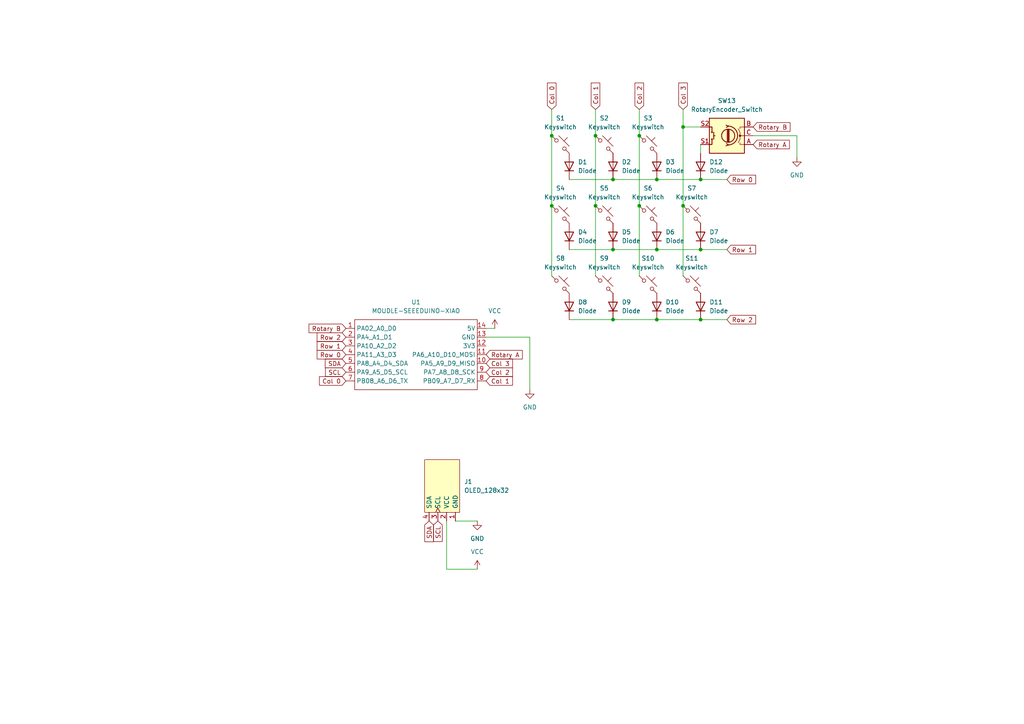
<source format=kicad_sch>
(kicad_sch
	(version 20231120)
	(generator "eeschema")
	(generator_version "8.0")
	(uuid "dd76fafe-d903-4ad8-a3ea-99ecbbbe7b7b")
	(paper "A4")
	(lib_symbols
		(symbol "Device:RotaryEncoder_Switch"
			(pin_names
				(offset 0.254) hide)
			(exclude_from_sim no)
			(in_bom yes)
			(on_board yes)
			(property "Reference" "SW"
				(at 0 6.604 0)
				(effects
					(font
						(size 1.27 1.27)
					)
				)
			)
			(property "Value" "RotaryEncoder_Switch"
				(at 0 -6.604 0)
				(effects
					(font
						(size 1.27 1.27)
					)
				)
			)
			(property "Footprint" ""
				(at -3.81 4.064 0)
				(effects
					(font
						(size 1.27 1.27)
					)
					(hide yes)
				)
			)
			(property "Datasheet" "~"
				(at 0 6.604 0)
				(effects
					(font
						(size 1.27 1.27)
					)
					(hide yes)
				)
			)
			(property "Description" "Rotary encoder, dual channel, incremental quadrate outputs, with switch"
				(at 0 0 0)
				(effects
					(font
						(size 1.27 1.27)
					)
					(hide yes)
				)
			)
			(property "ki_keywords" "rotary switch encoder switch push button"
				(at 0 0 0)
				(effects
					(font
						(size 1.27 1.27)
					)
					(hide yes)
				)
			)
			(property "ki_fp_filters" "RotaryEncoder*Switch*"
				(at 0 0 0)
				(effects
					(font
						(size 1.27 1.27)
					)
					(hide yes)
				)
			)
			(symbol "RotaryEncoder_Switch_0_1"
				(rectangle
					(start -5.08 5.08)
					(end 5.08 -5.08)
					(stroke
						(width 0.254)
						(type default)
					)
					(fill
						(type background)
					)
				)
				(circle
					(center -3.81 0)
					(radius 0.254)
					(stroke
						(width 0)
						(type default)
					)
					(fill
						(type outline)
					)
				)
				(circle
					(center -0.381 0)
					(radius 1.905)
					(stroke
						(width 0.254)
						(type default)
					)
					(fill
						(type none)
					)
				)
				(arc
					(start -0.381 2.667)
					(mid -3.0988 -0.0635)
					(end -0.381 -2.794)
					(stroke
						(width 0.254)
						(type default)
					)
					(fill
						(type none)
					)
				)
				(polyline
					(pts
						(xy -0.635 -1.778) (xy -0.635 1.778)
					)
					(stroke
						(width 0.254)
						(type default)
					)
					(fill
						(type none)
					)
				)
				(polyline
					(pts
						(xy -0.381 -1.778) (xy -0.381 1.778)
					)
					(stroke
						(width 0.254)
						(type default)
					)
					(fill
						(type none)
					)
				)
				(polyline
					(pts
						(xy -0.127 1.778) (xy -0.127 -1.778)
					)
					(stroke
						(width 0.254)
						(type default)
					)
					(fill
						(type none)
					)
				)
				(polyline
					(pts
						(xy 3.81 0) (xy 3.429 0)
					)
					(stroke
						(width 0.254)
						(type default)
					)
					(fill
						(type none)
					)
				)
				(polyline
					(pts
						(xy 3.81 1.016) (xy 3.81 -1.016)
					)
					(stroke
						(width 0.254)
						(type default)
					)
					(fill
						(type none)
					)
				)
				(polyline
					(pts
						(xy -5.08 -2.54) (xy -3.81 -2.54) (xy -3.81 -2.032)
					)
					(stroke
						(width 0)
						(type default)
					)
					(fill
						(type none)
					)
				)
				(polyline
					(pts
						(xy -5.08 2.54) (xy -3.81 2.54) (xy -3.81 2.032)
					)
					(stroke
						(width 0)
						(type default)
					)
					(fill
						(type none)
					)
				)
				(polyline
					(pts
						(xy 0.254 -3.048) (xy -0.508 -2.794) (xy 0.127 -2.413)
					)
					(stroke
						(width 0.254)
						(type default)
					)
					(fill
						(type none)
					)
				)
				(polyline
					(pts
						(xy 0.254 2.921) (xy -0.508 2.667) (xy 0.127 2.286)
					)
					(stroke
						(width 0.254)
						(type default)
					)
					(fill
						(type none)
					)
				)
				(polyline
					(pts
						(xy 5.08 -2.54) (xy 4.318 -2.54) (xy 4.318 -1.016)
					)
					(stroke
						(width 0.254)
						(type default)
					)
					(fill
						(type none)
					)
				)
				(polyline
					(pts
						(xy 5.08 2.54) (xy 4.318 2.54) (xy 4.318 1.016)
					)
					(stroke
						(width 0.254)
						(type default)
					)
					(fill
						(type none)
					)
				)
				(polyline
					(pts
						(xy -5.08 0) (xy -3.81 0) (xy -3.81 -1.016) (xy -3.302 -2.032)
					)
					(stroke
						(width 0)
						(type default)
					)
					(fill
						(type none)
					)
				)
				(polyline
					(pts
						(xy -4.318 0) (xy -3.81 0) (xy -3.81 1.016) (xy -3.302 2.032)
					)
					(stroke
						(width 0)
						(type default)
					)
					(fill
						(type none)
					)
				)
				(circle
					(center 4.318 -1.016)
					(radius 0.127)
					(stroke
						(width 0.254)
						(type default)
					)
					(fill
						(type none)
					)
				)
				(circle
					(center 4.318 1.016)
					(radius 0.127)
					(stroke
						(width 0.254)
						(type default)
					)
					(fill
						(type none)
					)
				)
			)
			(symbol "RotaryEncoder_Switch_1_1"
				(pin passive line
					(at -7.62 2.54 0)
					(length 2.54)
					(name "A"
						(effects
							(font
								(size 1.27 1.27)
							)
						)
					)
					(number "A"
						(effects
							(font
								(size 1.27 1.27)
							)
						)
					)
				)
				(pin passive line
					(at -7.62 -2.54 0)
					(length 2.54)
					(name "B"
						(effects
							(font
								(size 1.27 1.27)
							)
						)
					)
					(number "B"
						(effects
							(font
								(size 1.27 1.27)
							)
						)
					)
				)
				(pin passive line
					(at -7.62 0 0)
					(length 2.54)
					(name "C"
						(effects
							(font
								(size 1.27 1.27)
							)
						)
					)
					(number "C"
						(effects
							(font
								(size 1.27 1.27)
							)
						)
					)
				)
				(pin passive line
					(at 7.62 2.54 180)
					(length 2.54)
					(name "S1"
						(effects
							(font
								(size 1.27 1.27)
							)
						)
					)
					(number "S1"
						(effects
							(font
								(size 1.27 1.27)
							)
						)
					)
				)
				(pin passive line
					(at 7.62 -2.54 180)
					(length 2.54)
					(name "S2"
						(effects
							(font
								(size 1.27 1.27)
							)
						)
					)
					(number "S2"
						(effects
							(font
								(size 1.27 1.27)
							)
						)
					)
				)
			)
		)
		(symbol "ScottoKeebs:OLED_128x32"
			(pin_names
				(offset 1.016)
			)
			(exclude_from_sim no)
			(in_bom yes)
			(on_board yes)
			(property "Reference" "J"
				(at 0 -6.35 0)
				(effects
					(font
						(size 1.27 1.27)
					)
				)
			)
			(property "Value" "OLED_128x32"
				(at 0 6.35 0)
				(effects
					(font
						(size 1.27 1.27)
					)
				)
			)
			(property "Footprint" "ScottoKeebs_Components:OLED_128x32"
				(at 0 8.89 0)
				(effects
					(font
						(size 1.27 1.27)
					)
					(hide yes)
				)
			)
			(property "Datasheet" ""
				(at 0 1.27 0)
				(effects
					(font
						(size 1.27 1.27)
					)
					(hide yes)
				)
			)
			(property "Description" ""
				(at 0 0 0)
				(effects
					(font
						(size 1.27 1.27)
					)
					(hide yes)
				)
			)
			(symbol "OLED_128x32_0_1"
				(rectangle
					(start 0 5.08)
					(end 15.24 -5.08)
					(stroke
						(width 0)
						(type default)
					)
					(fill
						(type background)
					)
				)
			)
			(symbol "OLED_128x32_1_1"
				(pin power_in line
					(at -2.54 -3.81 0)
					(length 2.54)
					(name "GND"
						(effects
							(font
								(size 1.27 1.27)
							)
						)
					)
					(number "1"
						(effects
							(font
								(size 1.27 1.27)
							)
						)
					)
				)
				(pin power_in line
					(at -2.54 -1.27 0)
					(length 2.54)
					(name "VCC"
						(effects
							(font
								(size 1.27 1.27)
							)
						)
					)
					(number "2"
						(effects
							(font
								(size 1.27 1.27)
							)
						)
					)
				)
				(pin input clock
					(at -2.54 1.27 0)
					(length 2.54)
					(name "SCL"
						(effects
							(font
								(size 1.27 1.27)
							)
						)
					)
					(number "3"
						(effects
							(font
								(size 1.27 1.27)
							)
						)
					)
				)
				(pin bidirectional line
					(at -2.54 3.81 0)
					(length 2.54)
					(name "SDA"
						(effects
							(font
								(size 1.27 1.27)
							)
						)
					)
					(number "4"
						(effects
							(font
								(size 1.27 1.27)
							)
						)
					)
				)
			)
		)
		(symbol "ScottoKeebs:Placeholder_Diode"
			(pin_numbers hide)
			(pin_names hide)
			(exclude_from_sim no)
			(in_bom yes)
			(on_board yes)
			(property "Reference" "D"
				(at 0 2.54 0)
				(effects
					(font
						(size 1.27 1.27)
					)
				)
			)
			(property "Value" "Diode"
				(at 0 -2.54 0)
				(effects
					(font
						(size 1.27 1.27)
					)
				)
			)
			(property "Footprint" ""
				(at 0 0 0)
				(effects
					(font
						(size 1.27 1.27)
					)
					(hide yes)
				)
			)
			(property "Datasheet" ""
				(at 0 0 0)
				(effects
					(font
						(size 1.27 1.27)
					)
					(hide yes)
				)
			)
			(property "Description" "1N4148 (DO-35) or 1N4148W (SOD-123)"
				(at 0 0 0)
				(effects
					(font
						(size 1.27 1.27)
					)
					(hide yes)
				)
			)
			(property "Sim.Device" "D"
				(at 0 0 0)
				(effects
					(font
						(size 1.27 1.27)
					)
					(hide yes)
				)
			)
			(property "Sim.Pins" "1=K 2=A"
				(at 0 0 0)
				(effects
					(font
						(size 1.27 1.27)
					)
					(hide yes)
				)
			)
			(property "ki_keywords" "diode"
				(at 0 0 0)
				(effects
					(font
						(size 1.27 1.27)
					)
					(hide yes)
				)
			)
			(property "ki_fp_filters" "D*DO?35*"
				(at 0 0 0)
				(effects
					(font
						(size 1.27 1.27)
					)
					(hide yes)
				)
			)
			(symbol "Placeholder_Diode_0_1"
				(polyline
					(pts
						(xy -1.27 1.27) (xy -1.27 -1.27)
					)
					(stroke
						(width 0.254)
						(type default)
					)
					(fill
						(type none)
					)
				)
				(polyline
					(pts
						(xy 1.27 0) (xy -1.27 0)
					)
					(stroke
						(width 0)
						(type default)
					)
					(fill
						(type none)
					)
				)
				(polyline
					(pts
						(xy 1.27 1.27) (xy 1.27 -1.27) (xy -1.27 0) (xy 1.27 1.27)
					)
					(stroke
						(width 0.254)
						(type default)
					)
					(fill
						(type none)
					)
				)
			)
			(symbol "Placeholder_Diode_1_1"
				(pin passive line
					(at -3.81 0 0)
					(length 2.54)
					(name "K"
						(effects
							(font
								(size 1.27 1.27)
							)
						)
					)
					(number "1"
						(effects
							(font
								(size 1.27 1.27)
							)
						)
					)
				)
				(pin passive line
					(at 3.81 0 180)
					(length 2.54)
					(name "A"
						(effects
							(font
								(size 1.27 1.27)
							)
						)
					)
					(number "2"
						(effects
							(font
								(size 1.27 1.27)
							)
						)
					)
				)
			)
		)
		(symbol "ScottoKeebs:Placeholder_Keyswitch"
			(pin_numbers hide)
			(pin_names
				(offset 1.016) hide)
			(exclude_from_sim no)
			(in_bom yes)
			(on_board yes)
			(property "Reference" "S"
				(at 3.048 1.016 0)
				(effects
					(font
						(size 1.27 1.27)
					)
					(justify left)
				)
			)
			(property "Value" "Keyswitch"
				(at 0 -3.81 0)
				(effects
					(font
						(size 1.27 1.27)
					)
				)
			)
			(property "Footprint" ""
				(at 0 0 0)
				(effects
					(font
						(size 1.27 1.27)
					)
					(hide yes)
				)
			)
			(property "Datasheet" "~"
				(at 0 0 0)
				(effects
					(font
						(size 1.27 1.27)
					)
					(hide yes)
				)
			)
			(property "Description" "Push button switch, normally open, two pins, 45° tilted"
				(at 0 0 0)
				(effects
					(font
						(size 1.27 1.27)
					)
					(hide yes)
				)
			)
			(property "ki_keywords" "switch normally-open pushbutton push-button"
				(at 0 0 0)
				(effects
					(font
						(size 1.27 1.27)
					)
					(hide yes)
				)
			)
			(symbol "Placeholder_Keyswitch_0_1"
				(circle
					(center -1.1684 1.1684)
					(radius 0.508)
					(stroke
						(width 0)
						(type default)
					)
					(fill
						(type none)
					)
				)
				(polyline
					(pts
						(xy -0.508 2.54) (xy 2.54 -0.508)
					)
					(stroke
						(width 0)
						(type default)
					)
					(fill
						(type none)
					)
				)
				(polyline
					(pts
						(xy 1.016 1.016) (xy 2.032 2.032)
					)
					(stroke
						(width 0)
						(type default)
					)
					(fill
						(type none)
					)
				)
				(polyline
					(pts
						(xy -2.54 2.54) (xy -1.524 1.524) (xy -1.524 1.524)
					)
					(stroke
						(width 0)
						(type default)
					)
					(fill
						(type none)
					)
				)
				(polyline
					(pts
						(xy 1.524 -1.524) (xy 2.54 -2.54) (xy 2.54 -2.54) (xy 2.54 -2.54)
					)
					(stroke
						(width 0)
						(type default)
					)
					(fill
						(type none)
					)
				)
				(circle
					(center 1.143 -1.1938)
					(radius 0.508)
					(stroke
						(width 0)
						(type default)
					)
					(fill
						(type none)
					)
				)
				(pin passive line
					(at -2.54 2.54 0)
					(length 0)
					(name "1"
						(effects
							(font
								(size 1.27 1.27)
							)
						)
					)
					(number "1"
						(effects
							(font
								(size 1.27 1.27)
							)
						)
					)
				)
				(pin passive line
					(at 2.54 -2.54 180)
					(length 0)
					(name "2"
						(effects
							(font
								(size 1.27 1.27)
							)
						)
					)
					(number "2"
						(effects
							(font
								(size 1.27 1.27)
							)
						)
					)
				)
			)
		)
		(symbol "Seeed XIAO SAMD21:MOUDLE-SEEEDUINO-XIAO"
			(exclude_from_sim no)
			(in_bom yes)
			(on_board yes)
			(property "Reference" "U"
				(at -16.51 11.43 0)
				(effects
					(font
						(size 1.27 1.27)
					)
				)
			)
			(property "Value" "MOUDLE-SEEEDUINO-XIAO"
				(at -3.81 -11.43 0)
				(effects
					(font
						(size 1.27 1.27)
					)
				)
			)
			(property "Footprint" ""
				(at -16.51 2.54 0)
				(effects
					(font
						(size 1.27 1.27)
					)
					(hide yes)
				)
			)
			(property "Datasheet" ""
				(at -16.51 2.54 0)
				(effects
					(font
						(size 1.27 1.27)
					)
					(hide yes)
				)
			)
			(property "Description" ""
				(at 0 0 0)
				(effects
					(font
						(size 1.27 1.27)
					)
					(hide yes)
				)
			)
			(symbol "MOUDLE-SEEEDUINO-XIAO_0_1"
				(rectangle
					(start -16.51 10.16)
					(end 19.05 -10.16)
					(stroke
						(width 0)
						(type default)
					)
					(fill
						(type none)
					)
				)
			)
			(symbol "MOUDLE-SEEEDUINO-XIAO_1_1"
				(pin passive line
					(at -19.05 7.62 0)
					(length 2.54)
					(name "PA02_A0_D0"
						(effects
							(font
								(size 1.27 1.27)
							)
						)
					)
					(number "1"
						(effects
							(font
								(size 1.27 1.27)
							)
						)
					)
				)
				(pin passive line
					(at 21.59 -2.54 180)
					(length 2.54)
					(name "PA5_A9_D9_MISO"
						(effects
							(font
								(size 1.27 1.27)
							)
						)
					)
					(number "10"
						(effects
							(font
								(size 1.27 1.27)
							)
						)
					)
				)
				(pin passive line
					(at 21.59 0 180)
					(length 2.54)
					(name "PA6_A10_D10_MOSI"
						(effects
							(font
								(size 1.27 1.27)
							)
						)
					)
					(number "11"
						(effects
							(font
								(size 1.27 1.27)
							)
						)
					)
				)
				(pin passive line
					(at 21.59 2.54 180)
					(length 2.54)
					(name "3V3"
						(effects
							(font
								(size 1.27 1.27)
							)
						)
					)
					(number "12"
						(effects
							(font
								(size 1.27 1.27)
							)
						)
					)
				)
				(pin passive line
					(at 21.59 5.08 180)
					(length 2.54)
					(name "GND"
						(effects
							(font
								(size 1.27 1.27)
							)
						)
					)
					(number "13"
						(effects
							(font
								(size 1.27 1.27)
							)
						)
					)
				)
				(pin passive line
					(at 21.59 7.62 180)
					(length 2.54)
					(name "5V"
						(effects
							(font
								(size 1.27 1.27)
							)
						)
					)
					(number "14"
						(effects
							(font
								(size 1.27 1.27)
							)
						)
					)
				)
				(pin passive line
					(at -19.05 5.08 0)
					(length 2.54)
					(name "PA4_A1_D1"
						(effects
							(font
								(size 1.27 1.27)
							)
						)
					)
					(number "2"
						(effects
							(font
								(size 1.27 1.27)
							)
						)
					)
				)
				(pin passive line
					(at -19.05 2.54 0)
					(length 2.54)
					(name "PA10_A2_D2"
						(effects
							(font
								(size 1.27 1.27)
							)
						)
					)
					(number "3"
						(effects
							(font
								(size 1.27 1.27)
							)
						)
					)
				)
				(pin passive line
					(at -19.05 0 0)
					(length 2.54)
					(name "PA11_A3_D3"
						(effects
							(font
								(size 1.27 1.27)
							)
						)
					)
					(number "4"
						(effects
							(font
								(size 1.27 1.27)
							)
						)
					)
				)
				(pin passive line
					(at -19.05 -2.54 0)
					(length 2.54)
					(name "PA8_A4_D4_SDA"
						(effects
							(font
								(size 1.27 1.27)
							)
						)
					)
					(number "5"
						(effects
							(font
								(size 1.27 1.27)
							)
						)
					)
				)
				(pin passive line
					(at -19.05 -5.08 0)
					(length 2.54)
					(name "PA9_A5_D5_SCL"
						(effects
							(font
								(size 1.27 1.27)
							)
						)
					)
					(number "6"
						(effects
							(font
								(size 1.27 1.27)
							)
						)
					)
				)
				(pin passive line
					(at -19.05 -7.62 0)
					(length 2.54)
					(name "PB08_A6_D6_TX"
						(effects
							(font
								(size 1.27 1.27)
							)
						)
					)
					(number "7"
						(effects
							(font
								(size 1.27 1.27)
							)
						)
					)
				)
				(pin passive line
					(at 21.59 -7.62 180)
					(length 2.54)
					(name "PB09_A7_D7_RX"
						(effects
							(font
								(size 1.27 1.27)
							)
						)
					)
					(number "8"
						(effects
							(font
								(size 1.27 1.27)
							)
						)
					)
				)
				(pin passive line
					(at 21.59 -5.08 180)
					(length 2.54)
					(name "PA7_A8_D8_SCK"
						(effects
							(font
								(size 1.27 1.27)
							)
						)
					)
					(number "9"
						(effects
							(font
								(size 1.27 1.27)
							)
						)
					)
				)
			)
		)
		(symbol "power:GND"
			(power)
			(pin_numbers hide)
			(pin_names
				(offset 0) hide)
			(exclude_from_sim no)
			(in_bom yes)
			(on_board yes)
			(property "Reference" "#PWR"
				(at 0 -6.35 0)
				(effects
					(font
						(size 1.27 1.27)
					)
					(hide yes)
				)
			)
			(property "Value" "GND"
				(at 0 -3.81 0)
				(effects
					(font
						(size 1.27 1.27)
					)
				)
			)
			(property "Footprint" ""
				(at 0 0 0)
				(effects
					(font
						(size 1.27 1.27)
					)
					(hide yes)
				)
			)
			(property "Datasheet" ""
				(at 0 0 0)
				(effects
					(font
						(size 1.27 1.27)
					)
					(hide yes)
				)
			)
			(property "Description" "Power symbol creates a global label with name \"GND\" , ground"
				(at 0 0 0)
				(effects
					(font
						(size 1.27 1.27)
					)
					(hide yes)
				)
			)
			(property "ki_keywords" "global power"
				(at 0 0 0)
				(effects
					(font
						(size 1.27 1.27)
					)
					(hide yes)
				)
			)
			(symbol "GND_0_1"
				(polyline
					(pts
						(xy 0 0) (xy 0 -1.27) (xy 1.27 -1.27) (xy 0 -2.54) (xy -1.27 -1.27) (xy 0 -1.27)
					)
					(stroke
						(width 0)
						(type default)
					)
					(fill
						(type none)
					)
				)
			)
			(symbol "GND_1_1"
				(pin power_in line
					(at 0 0 270)
					(length 0)
					(name "~"
						(effects
							(font
								(size 1.27 1.27)
							)
						)
					)
					(number "1"
						(effects
							(font
								(size 1.27 1.27)
							)
						)
					)
				)
			)
		)
		(symbol "power:VCC"
			(power)
			(pin_numbers hide)
			(pin_names
				(offset 0) hide)
			(exclude_from_sim no)
			(in_bom yes)
			(on_board yes)
			(property "Reference" "#PWR"
				(at 0 -3.81 0)
				(effects
					(font
						(size 1.27 1.27)
					)
					(hide yes)
				)
			)
			(property "Value" "VCC"
				(at 0 3.556 0)
				(effects
					(font
						(size 1.27 1.27)
					)
				)
			)
			(property "Footprint" ""
				(at 0 0 0)
				(effects
					(font
						(size 1.27 1.27)
					)
					(hide yes)
				)
			)
			(property "Datasheet" ""
				(at 0 0 0)
				(effects
					(font
						(size 1.27 1.27)
					)
					(hide yes)
				)
			)
			(property "Description" "Power symbol creates a global label with name \"VCC\""
				(at 0 0 0)
				(effects
					(font
						(size 1.27 1.27)
					)
					(hide yes)
				)
			)
			(property "ki_keywords" "global power"
				(at 0 0 0)
				(effects
					(font
						(size 1.27 1.27)
					)
					(hide yes)
				)
			)
			(symbol "VCC_0_1"
				(polyline
					(pts
						(xy -0.762 1.27) (xy 0 2.54)
					)
					(stroke
						(width 0)
						(type default)
					)
					(fill
						(type none)
					)
				)
				(polyline
					(pts
						(xy 0 0) (xy 0 2.54)
					)
					(stroke
						(width 0)
						(type default)
					)
					(fill
						(type none)
					)
				)
				(polyline
					(pts
						(xy 0 2.54) (xy 0.762 1.27)
					)
					(stroke
						(width 0)
						(type default)
					)
					(fill
						(type none)
					)
				)
			)
			(symbol "VCC_1_1"
				(pin power_in line
					(at 0 0 90)
					(length 0)
					(name "~"
						(effects
							(font
								(size 1.27 1.27)
							)
						)
					)
					(number "1"
						(effects
							(font
								(size 1.27 1.27)
							)
						)
					)
				)
			)
		)
	)
	(junction
		(at 177.8 72.39)
		(diameter 0)
		(color 0 0 0 0)
		(uuid "1855b29f-ba12-4e5a-a977-57b5b4c2edd0")
	)
	(junction
		(at 203.2 52.07)
		(diameter 0)
		(color 0 0 0 0)
		(uuid "1a7c3c72-815b-45ab-9587-81197da6098c")
	)
	(junction
		(at 177.8 92.71)
		(diameter 0)
		(color 0 0 0 0)
		(uuid "20db0ebc-a800-4422-92fc-b1fbf01269a6")
	)
	(junction
		(at 160.02 39.37)
		(diameter 0)
		(color 0 0 0 0)
		(uuid "28fbdd47-d6c8-4557-8ee0-c9b145681fb3")
	)
	(junction
		(at 185.42 59.69)
		(diameter 0)
		(color 0 0 0 0)
		(uuid "2ae85f8c-e93b-4381-b1dc-a036d9a95c7b")
	)
	(junction
		(at 172.72 39.37)
		(diameter 0)
		(color 0 0 0 0)
		(uuid "2cbc5990-c893-4b52-8244-b8685f22e97c")
	)
	(junction
		(at 198.12 59.69)
		(diameter 0)
		(color 0 0 0 0)
		(uuid "3daa06b3-3fe9-4f8a-a123-135ad4ee49fb")
	)
	(junction
		(at 185.42 39.37)
		(diameter 0)
		(color 0 0 0 0)
		(uuid "3de24e7a-44af-4fa4-ae6a-437833649d9e")
	)
	(junction
		(at 203.2 92.71)
		(diameter 0)
		(color 0 0 0 0)
		(uuid "835bded5-4c29-44e9-9a74-0364db15dd71")
	)
	(junction
		(at 198.12 36.83)
		(diameter 0)
		(color 0 0 0 0)
		(uuid "85648813-9d39-4247-af5d-4395bfd587a0")
	)
	(junction
		(at 190.5 92.71)
		(diameter 0)
		(color 0 0 0 0)
		(uuid "8d7d5c55-b8c0-4e1a-bf3a-0245876580b6")
	)
	(junction
		(at 190.5 72.39)
		(diameter 0)
		(color 0 0 0 0)
		(uuid "a23ed175-2372-49ed-a59d-03b4cf2e0cde")
	)
	(junction
		(at 160.02 59.69)
		(diameter 0)
		(color 0 0 0 0)
		(uuid "c92d6bab-1692-4506-9d3e-f0e4b1616a17")
	)
	(junction
		(at 203.2 72.39)
		(diameter 0)
		(color 0 0 0 0)
		(uuid "cfd0104c-8acb-4f75-a386-fc7037145b8d")
	)
	(junction
		(at 190.5 52.07)
		(diameter 0)
		(color 0 0 0 0)
		(uuid "df3e34f7-ae4c-4586-8e5e-5c13f41fac8e")
	)
	(junction
		(at 177.8 52.07)
		(diameter 0)
		(color 0 0 0 0)
		(uuid "ea3a59e5-ce97-4068-81b4-a002987163c4")
	)
	(junction
		(at 172.72 59.69)
		(diameter 0)
		(color 0 0 0 0)
		(uuid "f3d594cc-5acc-484c-9eee-c6deba8acb1c")
	)
	(wire
		(pts
			(xy 198.12 36.83) (xy 203.2 36.83)
		)
		(stroke
			(width 0)
			(type default)
		)
		(uuid "00d2e43e-3e20-4ad1-9a34-0cce91de25fb")
	)
	(wire
		(pts
			(xy 172.72 59.69) (xy 172.72 80.01)
		)
		(stroke
			(width 0)
			(type default)
		)
		(uuid "02e6e10e-066a-4f0e-953d-ea8656325131")
	)
	(wire
		(pts
			(xy 203.2 92.71) (xy 210.82 92.71)
		)
		(stroke
			(width 0)
			(type default)
		)
		(uuid "166ecc40-0493-4ed8-90bb-511413c31bd6")
	)
	(wire
		(pts
			(xy 153.67 97.79) (xy 140.97 97.79)
		)
		(stroke
			(width 0)
			(type default)
		)
		(uuid "17ce4c88-fead-4df9-b01b-f2ff1f97066e")
	)
	(wire
		(pts
			(xy 160.02 39.37) (xy 160.02 59.69)
		)
		(stroke
			(width 0)
			(type default)
		)
		(uuid "1b5da160-8536-4a48-bfea-d6235c88012f")
	)
	(wire
		(pts
			(xy 160.02 59.69) (xy 160.02 80.01)
		)
		(stroke
			(width 0)
			(type default)
		)
		(uuid "1cc9c0ee-6b5f-4b5d-bb67-ae41a9833990")
	)
	(wire
		(pts
			(xy 153.67 113.03) (xy 153.67 97.79)
		)
		(stroke
			(width 0)
			(type default)
		)
		(uuid "1f36a21c-da81-4660-8e33-ad7f91d8574d")
	)
	(wire
		(pts
			(xy 132.08 151.13) (xy 138.43 151.13)
		)
		(stroke
			(width 0)
			(type default)
		)
		(uuid "328908a5-c745-49c2-b107-f2e0dd08bfbb")
	)
	(wire
		(pts
			(xy 185.42 59.69) (xy 185.42 80.01)
		)
		(stroke
			(width 0)
			(type default)
		)
		(uuid "32c1d580-4edf-497f-9ce5-5f4abb57a615")
	)
	(wire
		(pts
			(xy 165.1 52.07) (xy 177.8 52.07)
		)
		(stroke
			(width 0)
			(type default)
		)
		(uuid "3ad1e165-965f-4679-a906-16be51e6c1b9")
	)
	(wire
		(pts
			(xy 198.12 31.75) (xy 198.12 36.83)
		)
		(stroke
			(width 0)
			(type default)
		)
		(uuid "3cbd7af3-06e7-4d76-97ec-3ecc4ce1a83a")
	)
	(wire
		(pts
			(xy 218.44 39.37) (xy 231.14 39.37)
		)
		(stroke
			(width 0)
			(type default)
		)
		(uuid "55c4c62d-94ec-423b-8a86-fd79655e10d4")
	)
	(wire
		(pts
			(xy 172.72 39.37) (xy 172.72 59.69)
		)
		(stroke
			(width 0)
			(type default)
		)
		(uuid "6548d734-5762-40bc-82b7-2b5c1877d508")
	)
	(wire
		(pts
			(xy 190.5 72.39) (xy 203.2 72.39)
		)
		(stroke
			(width 0)
			(type default)
		)
		(uuid "6939b406-cd1b-40b6-90a0-d1612aa50499")
	)
	(wire
		(pts
			(xy 160.02 31.75) (xy 160.02 39.37)
		)
		(stroke
			(width 0)
			(type default)
		)
		(uuid "697b0f25-be1c-4fcd-b722-52d2db56ce1a")
	)
	(wire
		(pts
			(xy 185.42 39.37) (xy 185.42 59.69)
		)
		(stroke
			(width 0)
			(type default)
		)
		(uuid "6be6cec9-43ee-4a49-ada6-4886089b0cd3")
	)
	(wire
		(pts
			(xy 190.5 92.71) (xy 203.2 92.71)
		)
		(stroke
			(width 0)
			(type default)
		)
		(uuid "6e43a036-11b6-4007-9043-4ca4b7aa6d8d")
	)
	(wire
		(pts
			(xy 129.54 165.1) (xy 138.43 165.1)
		)
		(stroke
			(width 0)
			(type default)
		)
		(uuid "6fc2adf9-a8d6-41e6-84e5-5045b80478d0")
	)
	(wire
		(pts
			(xy 165.1 92.71) (xy 177.8 92.71)
		)
		(stroke
			(width 0)
			(type default)
		)
		(uuid "78e27032-b018-47a4-9183-5190167bb2c9")
	)
	(wire
		(pts
			(xy 177.8 72.39) (xy 190.5 72.39)
		)
		(stroke
			(width 0)
			(type default)
		)
		(uuid "7c93e328-cf97-49e2-b9c2-67f36d958de9")
	)
	(wire
		(pts
			(xy 185.42 31.75) (xy 185.42 39.37)
		)
		(stroke
			(width 0)
			(type default)
		)
		(uuid "820a216a-d816-4cda-8b8f-c6e9698f93ac")
	)
	(wire
		(pts
			(xy 177.8 92.71) (xy 190.5 92.71)
		)
		(stroke
			(width 0)
			(type default)
		)
		(uuid "8aa394c2-4dec-4c02-b291-df04e7bb4309")
	)
	(wire
		(pts
			(xy 165.1 72.39) (xy 177.8 72.39)
		)
		(stroke
			(width 0)
			(type default)
		)
		(uuid "93d48fd7-0224-4f47-8333-dea5460fe884")
	)
	(wire
		(pts
			(xy 140.97 95.25) (xy 143.51 95.25)
		)
		(stroke
			(width 0)
			(type default)
		)
		(uuid "a8a26760-529c-4847-af52-6e82848e9a93")
	)
	(wire
		(pts
			(xy 231.14 39.37) (xy 231.14 45.72)
		)
		(stroke
			(width 0)
			(type default)
		)
		(uuid "a8e5d214-f172-4d38-b2e3-5ed7ccf15044")
	)
	(wire
		(pts
			(xy 190.5 52.07) (xy 203.2 52.07)
		)
		(stroke
			(width 0)
			(type default)
		)
		(uuid "baa3fb8c-c3bc-4b4d-804b-f285343d2217")
	)
	(wire
		(pts
			(xy 129.54 151.13) (xy 129.54 165.1)
		)
		(stroke
			(width 0)
			(type default)
		)
		(uuid "bb84fb7f-cc09-4e6d-a140-56360e8abdcb")
	)
	(wire
		(pts
			(xy 198.12 59.69) (xy 198.12 80.01)
		)
		(stroke
			(width 0)
			(type default)
		)
		(uuid "c51921ad-9566-4925-bab0-a72c27739ce1")
	)
	(wire
		(pts
			(xy 203.2 72.39) (xy 210.82 72.39)
		)
		(stroke
			(width 0)
			(type default)
		)
		(uuid "c86a5d5b-2b10-4e9e-a8c4-7b7a3cd406c9")
	)
	(wire
		(pts
			(xy 203.2 52.07) (xy 210.82 52.07)
		)
		(stroke
			(width 0)
			(type default)
		)
		(uuid "de78c06a-0a52-4621-84ae-b62bbd38ec4c")
	)
	(wire
		(pts
			(xy 198.12 36.83) (xy 198.12 59.69)
		)
		(stroke
			(width 0)
			(type default)
		)
		(uuid "e81f0910-02dd-4a78-bbac-487e1f58b2c0")
	)
	(wire
		(pts
			(xy 203.2 41.91) (xy 203.2 44.45)
		)
		(stroke
			(width 0)
			(type default)
		)
		(uuid "ec5b098b-4a2b-4d02-8283-a5f1493f2574")
	)
	(wire
		(pts
			(xy 177.8 52.07) (xy 190.5 52.07)
		)
		(stroke
			(width 0)
			(type default)
		)
		(uuid "ed18c056-4e99-4ad7-bb1f-682a9050cac0")
	)
	(wire
		(pts
			(xy 172.72 31.75) (xy 172.72 39.37)
		)
		(stroke
			(width 0)
			(type default)
		)
		(uuid "f847c468-9234-4bb8-b23c-5b0a8df8e3e5")
	)
	(global_label "Col 0"
		(shape input)
		(at 100.33 110.49 180)
		(fields_autoplaced yes)
		(effects
			(font
				(size 1.27 1.27)
			)
			(justify right)
		)
		(uuid "035be36c-6b73-4ddb-a830-a203bd606015")
		(property "Intersheetrefs" "${INTERSHEET_REFS}"
			(at 92.0835 110.49 0)
			(effects
				(font
					(size 1.27 1.27)
				)
				(justify right)
				(hide yes)
			)
		)
	)
	(global_label "Rotary B"
		(shape input)
		(at 100.33 95.25 180)
		(fields_autoplaced yes)
		(effects
			(font
				(size 1.27 1.27)
			)
			(justify right)
		)
		(uuid "10ac3e72-4227-4e9e-b8e6-f169c8a7926d")
		(property "Intersheetrefs" "${INTERSHEET_REFS}"
			(at 89.0597 95.25 0)
			(effects
				(font
					(size 1.27 1.27)
				)
				(justify right)
				(hide yes)
			)
		)
	)
	(global_label "Row 1"
		(shape input)
		(at 210.82 72.39 0)
		(fields_autoplaced yes)
		(effects
			(font
				(size 1.27 1.27)
			)
			(justify left)
		)
		(uuid "12b698cc-1f15-4a56-b5df-e80a0308afe4")
		(property "Intersheetrefs" "${INTERSHEET_REFS}"
			(at 219.7318 72.39 0)
			(effects
				(font
					(size 1.27 1.27)
				)
				(justify left)
				(hide yes)
			)
		)
	)
	(global_label "SCL"
		(shape input)
		(at 100.33 107.95 180)
		(fields_autoplaced yes)
		(effects
			(font
				(size 1.27 1.27)
			)
			(justify right)
		)
		(uuid "22ed170f-765e-44a9-a82e-e1a5726433b0")
		(property "Intersheetrefs" "${INTERSHEET_REFS}"
			(at 93.8372 107.95 0)
			(effects
				(font
					(size 1.27 1.27)
				)
				(justify right)
				(hide yes)
			)
		)
	)
	(global_label "Col 1"
		(shape input)
		(at 172.72 31.75 90)
		(fields_autoplaced yes)
		(effects
			(font
				(size 1.27 1.27)
			)
			(justify left)
		)
		(uuid "3d117ddc-2cfa-499b-9908-acbba273b78a")
		(property "Intersheetrefs" "${INTERSHEET_REFS}"
			(at 172.72 23.5035 90)
			(effects
				(font
					(size 1.27 1.27)
				)
				(justify left)
				(hide yes)
			)
		)
	)
	(global_label "Row 2"
		(shape input)
		(at 100.33 97.79 180)
		(fields_autoplaced yes)
		(effects
			(font
				(size 1.27 1.27)
			)
			(justify right)
		)
		(uuid "41d48e6f-b9ed-436b-be14-dca2c3fe53ed")
		(property "Intersheetrefs" "${INTERSHEET_REFS}"
			(at 91.4182 97.79 0)
			(effects
				(font
					(size 1.27 1.27)
				)
				(justify right)
				(hide yes)
			)
		)
	)
	(global_label "Row 2"
		(shape input)
		(at 210.82 92.71 0)
		(fields_autoplaced yes)
		(effects
			(font
				(size 1.27 1.27)
			)
			(justify left)
		)
		(uuid "455c2028-c84f-4dba-a231-a9030f8547d9")
		(property "Intersheetrefs" "${INTERSHEET_REFS}"
			(at 219.7318 92.71 0)
			(effects
				(font
					(size 1.27 1.27)
				)
				(justify left)
				(hide yes)
			)
		)
	)
	(global_label "Col 2"
		(shape input)
		(at 185.42 31.75 90)
		(fields_autoplaced yes)
		(effects
			(font
				(size 1.27 1.27)
			)
			(justify left)
		)
		(uuid "4b861c6d-9fc5-4a3b-b1a1-3de4acf8b0b5")
		(property "Intersheetrefs" "${INTERSHEET_REFS}"
			(at 185.42 23.5035 90)
			(effects
				(font
					(size 1.27 1.27)
				)
				(justify left)
				(hide yes)
			)
		)
	)
	(global_label "Row 1"
		(shape input)
		(at 100.33 100.33 180)
		(fields_autoplaced yes)
		(effects
			(font
				(size 1.27 1.27)
			)
			(justify right)
		)
		(uuid "618b2e30-b1d2-4ecf-aea1-a15b693733e6")
		(property "Intersheetrefs" "${INTERSHEET_REFS}"
			(at 91.4182 100.33 0)
			(effects
				(font
					(size 1.27 1.27)
				)
				(justify right)
				(hide yes)
			)
		)
	)
	(global_label "Col 0"
		(shape input)
		(at 160.02 31.75 90)
		(fields_autoplaced yes)
		(effects
			(font
				(size 1.27 1.27)
			)
			(justify left)
		)
		(uuid "6e82418e-2a8f-4600-8b8d-5407bfed8825")
		(property "Intersheetrefs" "${INTERSHEET_REFS}"
			(at 160.02 23.5035 90)
			(effects
				(font
					(size 1.27 1.27)
				)
				(justify left)
				(hide yes)
			)
		)
	)
	(global_label "Rotary A"
		(shape input)
		(at 140.97 102.87 0)
		(fields_autoplaced yes)
		(effects
			(font
				(size 1.27 1.27)
			)
			(justify left)
		)
		(uuid "7711f2ea-5a57-44bb-b0bc-33fc2d5b4af8")
		(property "Intersheetrefs" "${INTERSHEET_REFS}"
			(at 152.0589 102.87 0)
			(effects
				(font
					(size 1.27 1.27)
				)
				(justify left)
				(hide yes)
			)
		)
	)
	(global_label "Col 3"
		(shape input)
		(at 140.97 105.41 0)
		(fields_autoplaced yes)
		(effects
			(font
				(size 1.27 1.27)
			)
			(justify left)
		)
		(uuid "7b0e28e9-8263-4de3-a8e0-08ac72cd3fd2")
		(property "Intersheetrefs" "${INTERSHEET_REFS}"
			(at 149.2165 105.41 0)
			(effects
				(font
					(size 1.27 1.27)
				)
				(justify left)
				(hide yes)
			)
		)
	)
	(global_label "Row 0"
		(shape input)
		(at 210.82 52.07 0)
		(fields_autoplaced yes)
		(effects
			(font
				(size 1.27 1.27)
			)
			(justify left)
		)
		(uuid "8fd00d80-a9fd-4683-99f9-ab4ceae8028d")
		(property "Intersheetrefs" "${INTERSHEET_REFS}"
			(at 219.7318 52.07 0)
			(effects
				(font
					(size 1.27 1.27)
				)
				(justify left)
				(hide yes)
			)
		)
	)
	(global_label "Col 2"
		(shape input)
		(at 140.97 107.95 0)
		(fields_autoplaced yes)
		(effects
			(font
				(size 1.27 1.27)
			)
			(justify left)
		)
		(uuid "96daa67c-f605-4c06-84ab-dd998084385d")
		(property "Intersheetrefs" "${INTERSHEET_REFS}"
			(at 149.2165 107.95 0)
			(effects
				(font
					(size 1.27 1.27)
				)
				(justify left)
				(hide yes)
			)
		)
	)
	(global_label "SDA"
		(shape input)
		(at 124.46 151.13 270)
		(fields_autoplaced yes)
		(effects
			(font
				(size 1.27 1.27)
			)
			(justify right)
		)
		(uuid "ad23a97e-2cda-466b-bbed-71272fb377f9")
		(property "Intersheetrefs" "${INTERSHEET_REFS}"
			(at 124.46 157.6833 90)
			(effects
				(font
					(size 1.27 1.27)
				)
				(justify right)
				(hide yes)
			)
		)
	)
	(global_label "Rotary A"
		(shape input)
		(at 218.44 41.91 0)
		(fields_autoplaced yes)
		(effects
			(font
				(size 1.27 1.27)
			)
			(justify left)
		)
		(uuid "bcaa1a1f-5146-4b07-803a-e299c509e49d")
		(property "Intersheetrefs" "${INTERSHEET_REFS}"
			(at 229.5289 41.91 0)
			(effects
				(font
					(size 1.27 1.27)
				)
				(justify left)
				(hide yes)
			)
		)
	)
	(global_label "Row 0"
		(shape input)
		(at 100.33 102.87 180)
		(fields_autoplaced yes)
		(effects
			(font
				(size 1.27 1.27)
			)
			(justify right)
		)
		(uuid "c8c37cc0-c62d-4e72-8af5-483841785a79")
		(property "Intersheetrefs" "${INTERSHEET_REFS}"
			(at 91.4182 102.87 0)
			(effects
				(font
					(size 1.27 1.27)
				)
				(justify right)
				(hide yes)
			)
		)
	)
	(global_label "SDA"
		(shape input)
		(at 100.33 105.41 180)
		(fields_autoplaced yes)
		(effects
			(font
				(size 1.27 1.27)
			)
			(justify right)
		)
		(uuid "d6c8a5ef-ab6e-4e9c-a44b-9e3a614aa561")
		(property "Intersheetrefs" "${INTERSHEET_REFS}"
			(at 93.7767 105.41 0)
			(effects
				(font
					(size 1.27 1.27)
				)
				(justify right)
				(hide yes)
			)
		)
	)
	(global_label "Col 1"
		(shape input)
		(at 140.97 110.49 0)
		(fields_autoplaced yes)
		(effects
			(font
				(size 1.27 1.27)
			)
			(justify left)
		)
		(uuid "dd0110c8-a9a1-4494-a3d5-1c7bf52e69c6")
		(property "Intersheetrefs" "${INTERSHEET_REFS}"
			(at 149.2165 110.49 0)
			(effects
				(font
					(size 1.27 1.27)
				)
				(justify left)
				(hide yes)
			)
		)
	)
	(global_label "SCL"
		(shape input)
		(at 127 151.13 270)
		(fields_autoplaced yes)
		(effects
			(font
				(size 1.27 1.27)
			)
			(justify right)
		)
		(uuid "e04134aa-48f1-4574-bf02-b3137adaa2f4")
		(property "Intersheetrefs" "${INTERSHEET_REFS}"
			(at 127 157.6228 90)
			(effects
				(font
					(size 1.27 1.27)
				)
				(justify right)
				(hide yes)
			)
		)
	)
	(global_label "Rotary B"
		(shape input)
		(at 218.44 36.83 0)
		(fields_autoplaced yes)
		(effects
			(font
				(size 1.27 1.27)
			)
			(justify left)
		)
		(uuid "e2a3d037-c3b0-4d98-af06-0086a6abc045")
		(property "Intersheetrefs" "${INTERSHEET_REFS}"
			(at 229.7103 36.83 0)
			(effects
				(font
					(size 1.27 1.27)
				)
				(justify left)
				(hide yes)
			)
		)
	)
	(global_label "Col 3"
		(shape input)
		(at 198.12 31.75 90)
		(fields_autoplaced yes)
		(effects
			(font
				(size 1.27 1.27)
			)
			(justify left)
		)
		(uuid "e9dc0916-4544-4582-82e2-0b8684ad0860")
		(property "Intersheetrefs" "${INTERSHEET_REFS}"
			(at 198.12 23.5035 90)
			(effects
				(font
					(size 1.27 1.27)
				)
				(justify left)
				(hide yes)
			)
		)
	)
	(symbol
		(lib_id "ScottoKeebs:Placeholder_Diode")
		(at 177.8 48.26 90)
		(unit 1)
		(exclude_from_sim no)
		(in_bom yes)
		(on_board yes)
		(dnp no)
		(fields_autoplaced yes)
		(uuid "0b151f71-17f2-479d-9de6-922e00f28834")
		(property "Reference" "D2"
			(at 180.34 46.9899 90)
			(effects
				(font
					(size 1.27 1.27)
				)
				(justify right)
			)
		)
		(property "Value" "Diode"
			(at 180.34 49.5299 90)
			(effects
				(font
					(size 1.27 1.27)
				)
				(justify right)
			)
		)
		(property "Footprint" "ScottoKeebs_Components:Diode_DO-35"
			(at 177.8 48.26 0)
			(effects
				(font
					(size 1.27 1.27)
				)
				(hide yes)
			)
		)
		(property "Datasheet" ""
			(at 177.8 48.26 0)
			(effects
				(font
					(size 1.27 1.27)
				)
				(hide yes)
			)
		)
		(property "Description" "1N4148 (DO-35) or 1N4148W (SOD-123)"
			(at 177.8 48.26 0)
			(effects
				(font
					(size 1.27 1.27)
				)
				(hide yes)
			)
		)
		(property "Sim.Device" "D"
			(at 177.8 48.26 0)
			(effects
				(font
					(size 1.27 1.27)
				)
				(hide yes)
			)
		)
		(property "Sim.Pins" "1=K 2=A"
			(at 177.8 48.26 0)
			(effects
				(font
					(size 1.27 1.27)
				)
				(hide yes)
			)
		)
		(pin "1"
			(uuid "8865a072-f1a8-4e90-9556-af9e6f163452")
		)
		(pin "2"
			(uuid "51963fd2-83db-47e2-abaa-c9d6d22614e0")
		)
		(instances
			(project "hackpad"
				(path "/dd76fafe-d903-4ad8-a3ea-99ecbbbe7b7b"
					(reference "D2")
					(unit 1)
				)
			)
		)
	)
	(symbol
		(lib_id "ScottoKeebs:OLED_128x32")
		(at 128.27 148.59 90)
		(unit 1)
		(exclude_from_sim no)
		(in_bom yes)
		(on_board yes)
		(dnp no)
		(fields_autoplaced yes)
		(uuid "1cbe580d-6223-4516-b07d-88dbc8640deb")
		(property "Reference" "J1"
			(at 134.62 139.6999 90)
			(effects
				(font
					(size 1.27 1.27)
				)
				(justify right)
			)
		)
		(property "Value" "OLED_128x32"
			(at 134.62 142.2399 90)
			(effects
				(font
					(size 1.27 1.27)
				)
				(justify right)
			)
		)
		(property "Footprint" "ScottoKeebs_Components:OLED_128x32"
			(at 119.38 148.59 0)
			(effects
				(font
					(size 1.27 1.27)
				)
				(hide yes)
			)
		)
		(property "Datasheet" ""
			(at 127 148.59 0)
			(effects
				(font
					(size 1.27 1.27)
				)
				(hide yes)
			)
		)
		(property "Description" ""
			(at 128.27 148.59 0)
			(effects
				(font
					(size 1.27 1.27)
				)
				(hide yes)
			)
		)
		(pin "1"
			(uuid "4c26cf7a-0f0e-4405-bdfc-d5681c15ff98")
		)
		(pin "2"
			(uuid "3ede90d4-1429-4bf0-89bd-7b245480e9e5")
		)
		(pin "4"
			(uuid "07df31a0-c829-4c06-87d9-4e372dbc38aa")
		)
		(pin "3"
			(uuid "185ee58d-8dee-4a16-8f4c-23137511bcb1")
		)
		(instances
			(project ""
				(path "/dd76fafe-d903-4ad8-a3ea-99ecbbbe7b7b"
					(reference "J1")
					(unit 1)
				)
			)
		)
	)
	(symbol
		(lib_id "ScottoKeebs:Placeholder_Keyswitch")
		(at 187.96 62.23 0)
		(unit 1)
		(exclude_from_sim no)
		(in_bom yes)
		(on_board yes)
		(dnp no)
		(fields_autoplaced yes)
		(uuid "3ca2350a-d0a4-4543-884b-c993b4778c0b")
		(property "Reference" "S6"
			(at 187.96 54.61 0)
			(effects
				(font
					(size 1.27 1.27)
				)
			)
		)
		(property "Value" "Keyswitch"
			(at 187.96 57.15 0)
			(effects
				(font
					(size 1.27 1.27)
				)
			)
		)
		(property "Footprint" "ScottoKeebs_MX:MX_PCB_1.00u"
			(at 187.96 62.23 0)
			(effects
				(font
					(size 1.27 1.27)
				)
				(hide yes)
			)
		)
		(property "Datasheet" "~"
			(at 187.96 62.23 0)
			(effects
				(font
					(size 1.27 1.27)
				)
				(hide yes)
			)
		)
		(property "Description" "Push button switch, normally open, two pins, 45° tilted"
			(at 187.96 62.23 0)
			(effects
				(font
					(size 1.27 1.27)
				)
				(hide yes)
			)
		)
		(pin "1"
			(uuid "b0fac8aa-d59d-4932-8cb8-f3eecf7ad5c8")
		)
		(pin "2"
			(uuid "5aa7fc15-3b96-408f-aefe-ff94a1751ad2")
		)
		(instances
			(project "hackpad"
				(path "/dd76fafe-d903-4ad8-a3ea-99ecbbbe7b7b"
					(reference "S6")
					(unit 1)
				)
			)
		)
	)
	(symbol
		(lib_id "Seeed XIAO SAMD21:MOUDLE-SEEEDUINO-XIAO")
		(at 119.38 102.87 0)
		(unit 1)
		(exclude_from_sim no)
		(in_bom yes)
		(on_board yes)
		(dnp no)
		(fields_autoplaced yes)
		(uuid "3e7aab6b-d1ab-409b-8cb4-d2334a58443b")
		(property "Reference" "U1"
			(at 120.65 87.63 0)
			(effects
				(font
					(size 1.27 1.27)
				)
			)
		)
		(property "Value" "MOUDLE-SEEEDUINO-XIAO"
			(at 120.65 90.17 0)
			(effects
				(font
					(size 1.27 1.27)
				)
			)
		)
		(property "Footprint" "footprints:XIAO-Generic-Hybrid-14P-2.54-21X17.8MM"
			(at 102.87 100.33 0)
			(effects
				(font
					(size 1.27 1.27)
				)
				(hide yes)
			)
		)
		(property "Datasheet" ""
			(at 102.87 100.33 0)
			(effects
				(font
					(size 1.27 1.27)
				)
				(hide yes)
			)
		)
		(property "Description" ""
			(at 119.38 102.87 0)
			(effects
				(font
					(size 1.27 1.27)
				)
				(hide yes)
			)
		)
		(pin "3"
			(uuid "6bf834fc-f08d-45e4-8478-7b4f5717f377")
		)
		(pin "2"
			(uuid "371efbd5-9395-40d6-b423-620230f2af3e")
		)
		(pin "9"
			(uuid "baa075e0-f110-4cb2-ac53-599aa3cfb226")
		)
		(pin "8"
			(uuid "888228ba-688d-476d-a47f-5abf5901d483")
		)
		(pin "10"
			(uuid "5d96db42-3231-4522-b18c-7db53dd7786f")
		)
		(pin "12"
			(uuid "e6f38121-fbe7-4b38-9df2-42db45c7f63f")
		)
		(pin "4"
			(uuid "7446963b-a47b-417f-8997-f1cbf657922b")
		)
		(pin "5"
			(uuid "eb4a14fe-98fb-4645-8724-e81dd29ada29")
		)
		(pin "11"
			(uuid "a0208f9b-2d57-4667-ba4b-8d93fbdc2175")
		)
		(pin "13"
			(uuid "dbd49d34-a460-4c96-a815-ca6b24473c2f")
		)
		(pin "6"
			(uuid "41e7d150-58be-49e5-8d90-bdc36edced99")
		)
		(pin "7"
			(uuid "559dd60d-a8a3-468c-9d37-997547c64751")
		)
		(pin "14"
			(uuid "f0677f4f-4b67-41e0-9d76-94f44b6dfa6e")
		)
		(pin "1"
			(uuid "2737854f-e89e-4a72-9525-22f320dc5192")
		)
		(instances
			(project ""
				(path "/dd76fafe-d903-4ad8-a3ea-99ecbbbe7b7b"
					(reference "U1")
					(unit 1)
				)
			)
		)
	)
	(symbol
		(lib_id "Device:RotaryEncoder_Switch")
		(at 210.82 39.37 180)
		(unit 1)
		(exclude_from_sim no)
		(in_bom yes)
		(on_board yes)
		(dnp no)
		(fields_autoplaced yes)
		(uuid "406a1879-acf8-4b4d-a5f1-1282e5d88381")
		(property "Reference" "SW13"
			(at 210.82 29.21 0)
			(effects
				(font
					(size 1.27 1.27)
				)
			)
		)
		(property "Value" "RotaryEncoder_Switch"
			(at 210.82 31.75 0)
			(effects
				(font
					(size 1.27 1.27)
				)
			)
		)
		(property "Footprint" "Rotary_Encoder:RotaryEncoder_Alps_EC11E-Switch_Vertical_H20mm"
			(at 214.63 43.434 0)
			(effects
				(font
					(size 1.27 1.27)
				)
				(hide yes)
			)
		)
		(property "Datasheet" "~"
			(at 210.82 45.974 0)
			(effects
				(font
					(size 1.27 1.27)
				)
				(hide yes)
			)
		)
		(property "Description" "Rotary encoder, dual channel, incremental quadrate outputs, with switch"
			(at 210.82 39.37 0)
			(effects
				(font
					(size 1.27 1.27)
				)
				(hide yes)
			)
		)
		(pin "A"
			(uuid "13785e09-20d3-4ad5-a35b-78952cd1215f")
		)
		(pin "C"
			(uuid "6440c84a-5f9d-4ce2-b010-d2352e88a47c")
		)
		(pin "S2"
			(uuid "5ab38875-6edb-40d5-9811-889fc4e104b3")
		)
		(pin "S1"
			(uuid "08f9c72a-c1af-41ec-997f-621cb6a0fa8b")
		)
		(pin "B"
			(uuid "a911ed1f-35a8-4dd5-be9d-afb2d4b66d00")
		)
		(instances
			(project ""
				(path "/dd76fafe-d903-4ad8-a3ea-99ecbbbe7b7b"
					(reference "SW13")
					(unit 1)
				)
			)
		)
	)
	(symbol
		(lib_id "ScottoKeebs:Placeholder_Diode")
		(at 203.2 68.58 90)
		(unit 1)
		(exclude_from_sim no)
		(in_bom yes)
		(on_board yes)
		(dnp no)
		(fields_autoplaced yes)
		(uuid "4d0594e2-fa59-48e1-8063-0ebf2678b582")
		(property "Reference" "D7"
			(at 205.74 67.3099 90)
			(effects
				(font
					(size 1.27 1.27)
				)
				(justify right)
			)
		)
		(property "Value" "Diode"
			(at 205.74 69.8499 90)
			(effects
				(font
					(size 1.27 1.27)
				)
				(justify right)
			)
		)
		(property "Footprint" "ScottoKeebs_Components:Diode_DO-35"
			(at 203.2 68.58 0)
			(effects
				(font
					(size 1.27 1.27)
				)
				(hide yes)
			)
		)
		(property "Datasheet" ""
			(at 203.2 68.58 0)
			(effects
				(font
					(size 1.27 1.27)
				)
				(hide yes)
			)
		)
		(property "Description" "1N4148 (DO-35) or 1N4148W (SOD-123)"
			(at 203.2 68.58 0)
			(effects
				(font
					(size 1.27 1.27)
				)
				(hide yes)
			)
		)
		(property "Sim.Device" "D"
			(at 203.2 68.58 0)
			(effects
				(font
					(size 1.27 1.27)
				)
				(hide yes)
			)
		)
		(property "Sim.Pins" "1=K 2=A"
			(at 203.2 68.58 0)
			(effects
				(font
					(size 1.27 1.27)
				)
				(hide yes)
			)
		)
		(pin "1"
			(uuid "eafbebff-9a56-49f7-a094-1e7d948d8b3f")
		)
		(pin "2"
			(uuid "2efb8fe6-7d6b-4ed4-84f2-e9a4451e5454")
		)
		(instances
			(project "hackpad"
				(path "/dd76fafe-d903-4ad8-a3ea-99ecbbbe7b7b"
					(reference "D7")
					(unit 1)
				)
			)
		)
	)
	(symbol
		(lib_id "power:GND")
		(at 138.43 151.13 0)
		(unit 1)
		(exclude_from_sim no)
		(in_bom yes)
		(on_board yes)
		(dnp no)
		(fields_autoplaced yes)
		(uuid "5696bf84-db0e-4872-bb34-fea02b10a120")
		(property "Reference" "#PWR04"
			(at 138.43 157.48 0)
			(effects
				(font
					(size 1.27 1.27)
				)
				(hide yes)
			)
		)
		(property "Value" "GND"
			(at 138.43 156.21 0)
			(effects
				(font
					(size 1.27 1.27)
				)
			)
		)
		(property "Footprint" ""
			(at 138.43 151.13 0)
			(effects
				(font
					(size 1.27 1.27)
				)
				(hide yes)
			)
		)
		(property "Datasheet" ""
			(at 138.43 151.13 0)
			(effects
				(font
					(size 1.27 1.27)
				)
				(hide yes)
			)
		)
		(property "Description" "Power symbol creates a global label with name \"GND\" , ground"
			(at 138.43 151.13 0)
			(effects
				(font
					(size 1.27 1.27)
				)
				(hide yes)
			)
		)
		(pin "1"
			(uuid "19e1ee6b-05b7-41ba-8b97-281a5a85dbd5")
		)
		(instances
			(project ""
				(path "/dd76fafe-d903-4ad8-a3ea-99ecbbbe7b7b"
					(reference "#PWR04")
					(unit 1)
				)
			)
		)
	)
	(symbol
		(lib_id "ScottoKeebs:Placeholder_Keyswitch")
		(at 162.56 41.91 0)
		(unit 1)
		(exclude_from_sim no)
		(in_bom yes)
		(on_board yes)
		(dnp no)
		(fields_autoplaced yes)
		(uuid "62e33d31-9d17-48b1-9bea-bf7a1b580fac")
		(property "Reference" "S1"
			(at 162.56 34.29 0)
			(effects
				(font
					(size 1.27 1.27)
				)
			)
		)
		(property "Value" "Keyswitch"
			(at 162.56 36.83 0)
			(effects
				(font
					(size 1.27 1.27)
				)
			)
		)
		(property "Footprint" "ScottoKeebs_MX:MX_PCB_1.00u"
			(at 162.56 41.91 0)
			(effects
				(font
					(size 1.27 1.27)
				)
				(hide yes)
			)
		)
		(property "Datasheet" "~"
			(at 162.56 41.91 0)
			(effects
				(font
					(size 1.27 1.27)
				)
				(hide yes)
			)
		)
		(property "Description" "Push button switch, normally open, two pins, 45° tilted"
			(at 162.56 41.91 0)
			(effects
				(font
					(size 1.27 1.27)
				)
				(hide yes)
			)
		)
		(pin "1"
			(uuid "81b3aeeb-3d2f-43b5-99ac-f2ab2d3e38e2")
		)
		(pin "2"
			(uuid "600309ec-2cc8-4be3-9068-291c7790e3d1")
		)
		(instances
			(project ""
				(path "/dd76fafe-d903-4ad8-a3ea-99ecbbbe7b7b"
					(reference "S1")
					(unit 1)
				)
			)
		)
	)
	(symbol
		(lib_id "power:GND")
		(at 153.67 113.03 0)
		(unit 1)
		(exclude_from_sim no)
		(in_bom yes)
		(on_board yes)
		(dnp no)
		(fields_autoplaced yes)
		(uuid "6e791f89-aac1-409c-b792-a943bc6245b8")
		(property "Reference" "#PWR02"
			(at 153.67 119.38 0)
			(effects
				(font
					(size 1.27 1.27)
				)
				(hide yes)
			)
		)
		(property "Value" "GND"
			(at 153.67 118.11 0)
			(effects
				(font
					(size 1.27 1.27)
				)
			)
		)
		(property "Footprint" ""
			(at 153.67 113.03 0)
			(effects
				(font
					(size 1.27 1.27)
				)
				(hide yes)
			)
		)
		(property "Datasheet" ""
			(at 153.67 113.03 0)
			(effects
				(font
					(size 1.27 1.27)
				)
				(hide yes)
			)
		)
		(property "Description" "Power symbol creates a global label with name \"GND\" , ground"
			(at 153.67 113.03 0)
			(effects
				(font
					(size 1.27 1.27)
				)
				(hide yes)
			)
		)
		(pin "1"
			(uuid "bfc3ebbc-9685-4234-9449-f9344253ca2d")
		)
		(instances
			(project ""
				(path "/dd76fafe-d903-4ad8-a3ea-99ecbbbe7b7b"
					(reference "#PWR02")
					(unit 1)
				)
			)
		)
	)
	(symbol
		(lib_id "ScottoKeebs:Placeholder_Diode")
		(at 203.2 48.26 90)
		(unit 1)
		(exclude_from_sim no)
		(in_bom yes)
		(on_board yes)
		(dnp no)
		(fields_autoplaced yes)
		(uuid "715e3769-d0a5-4cd8-897c-fe52cc6bf6bb")
		(property "Reference" "D12"
			(at 205.74 46.9899 90)
			(effects
				(font
					(size 1.27 1.27)
				)
				(justify right)
			)
		)
		(property "Value" "Diode"
			(at 205.74 49.5299 90)
			(effects
				(font
					(size 1.27 1.27)
				)
				(justify right)
			)
		)
		(property "Footprint" "ScottoKeebs_Components:Diode_DO-35"
			(at 203.2 48.26 0)
			(effects
				(font
					(size 1.27 1.27)
				)
				(hide yes)
			)
		)
		(property "Datasheet" ""
			(at 203.2 48.26 0)
			(effects
				(font
					(size 1.27 1.27)
				)
				(hide yes)
			)
		)
		(property "Description" "1N4148 (DO-35) or 1N4148W (SOD-123)"
			(at 203.2 48.26 0)
			(effects
				(font
					(size 1.27 1.27)
				)
				(hide yes)
			)
		)
		(property "Sim.Device" "D"
			(at 203.2 48.26 0)
			(effects
				(font
					(size 1.27 1.27)
				)
				(hide yes)
			)
		)
		(property "Sim.Pins" "1=K 2=A"
			(at 203.2 48.26 0)
			(effects
				(font
					(size 1.27 1.27)
				)
				(hide yes)
			)
		)
		(pin "1"
			(uuid "22393b23-0192-48b4-87f4-12984c24f2c6")
		)
		(pin "2"
			(uuid "66e4d729-2e36-442e-b3d0-8f846fbe07d8")
		)
		(instances
			(project "hackpad"
				(path "/dd76fafe-d903-4ad8-a3ea-99ecbbbe7b7b"
					(reference "D12")
					(unit 1)
				)
			)
		)
	)
	(symbol
		(lib_id "ScottoKeebs:Placeholder_Diode")
		(at 165.1 48.26 90)
		(unit 1)
		(exclude_from_sim no)
		(in_bom yes)
		(on_board yes)
		(dnp no)
		(fields_autoplaced yes)
		(uuid "752042d7-d27a-44f2-8172-5c2042987ebe")
		(property "Reference" "D1"
			(at 167.64 46.9899 90)
			(effects
				(font
					(size 1.27 1.27)
				)
				(justify right)
			)
		)
		(property "Value" "Diode"
			(at 167.64 49.5299 90)
			(effects
				(font
					(size 1.27 1.27)
				)
				(justify right)
			)
		)
		(property "Footprint" "ScottoKeebs_Components:Diode_DO-35"
			(at 165.1 48.26 0)
			(effects
				(font
					(size 1.27 1.27)
				)
				(hide yes)
			)
		)
		(property "Datasheet" ""
			(at 165.1 48.26 0)
			(effects
				(font
					(size 1.27 1.27)
				)
				(hide yes)
			)
		)
		(property "Description" "1N4148 (DO-35) or 1N4148W (SOD-123)"
			(at 165.1 48.26 0)
			(effects
				(font
					(size 1.27 1.27)
				)
				(hide yes)
			)
		)
		(property "Sim.Device" "D"
			(at 165.1 48.26 0)
			(effects
				(font
					(size 1.27 1.27)
				)
				(hide yes)
			)
		)
		(property "Sim.Pins" "1=K 2=A"
			(at 165.1 48.26 0)
			(effects
				(font
					(size 1.27 1.27)
				)
				(hide yes)
			)
		)
		(pin "1"
			(uuid "0ae6c12b-1bac-4aab-9aa6-22e2b7f4dbdf")
		)
		(pin "2"
			(uuid "dda73177-3c2a-48f4-a515-d4237f72ee10")
		)
		(instances
			(project ""
				(path "/dd76fafe-d903-4ad8-a3ea-99ecbbbe7b7b"
					(reference "D1")
					(unit 1)
				)
			)
		)
	)
	(symbol
		(lib_id "ScottoKeebs:Placeholder_Keyswitch")
		(at 187.96 82.55 0)
		(unit 1)
		(exclude_from_sim no)
		(in_bom yes)
		(on_board yes)
		(dnp no)
		(fields_autoplaced yes)
		(uuid "7b4b06c5-dfe4-41d8-b042-d6e466f2dcb2")
		(property "Reference" "S10"
			(at 187.96 74.93 0)
			(effects
				(font
					(size 1.27 1.27)
				)
			)
		)
		(property "Value" "Keyswitch"
			(at 187.96 77.47 0)
			(effects
				(font
					(size 1.27 1.27)
				)
			)
		)
		(property "Footprint" "ScottoKeebs_MX:MX_PCB_1.00u"
			(at 187.96 82.55 0)
			(effects
				(font
					(size 1.27 1.27)
				)
				(hide yes)
			)
		)
		(property "Datasheet" "~"
			(at 187.96 82.55 0)
			(effects
				(font
					(size 1.27 1.27)
				)
				(hide yes)
			)
		)
		(property "Description" "Push button switch, normally open, two pins, 45° tilted"
			(at 187.96 82.55 0)
			(effects
				(font
					(size 1.27 1.27)
				)
				(hide yes)
			)
		)
		(pin "1"
			(uuid "52bda76e-0541-44e3-94f8-c635dc4ba4d6")
		)
		(pin "2"
			(uuid "4432d5ce-fbdb-4eb0-9006-bac32e34c54a")
		)
		(instances
			(project "hackpad"
				(path "/dd76fafe-d903-4ad8-a3ea-99ecbbbe7b7b"
					(reference "S10")
					(unit 1)
				)
			)
		)
	)
	(symbol
		(lib_id "ScottoKeebs:Placeholder_Keyswitch")
		(at 200.66 62.23 0)
		(unit 1)
		(exclude_from_sim no)
		(in_bom yes)
		(on_board yes)
		(dnp no)
		(fields_autoplaced yes)
		(uuid "7c72d2e4-8e04-40c8-9eb4-a33cc08e071f")
		(property "Reference" "S7"
			(at 200.66 54.61 0)
			(effects
				(font
					(size 1.27 1.27)
				)
			)
		)
		(property "Value" "Keyswitch"
			(at 200.66 57.15 0)
			(effects
				(font
					(size 1.27 1.27)
				)
			)
		)
		(property "Footprint" "ScottoKeebs_MX:MX_PCB_1.00u"
			(at 200.66 62.23 0)
			(effects
				(font
					(size 1.27 1.27)
				)
				(hide yes)
			)
		)
		(property "Datasheet" "~"
			(at 200.66 62.23 0)
			(effects
				(font
					(size 1.27 1.27)
				)
				(hide yes)
			)
		)
		(property "Description" "Push button switch, normally open, two pins, 45° tilted"
			(at 200.66 62.23 0)
			(effects
				(font
					(size 1.27 1.27)
				)
				(hide yes)
			)
		)
		(pin "1"
			(uuid "c6005af1-1fdf-4b9e-afe2-3c04d903b875")
		)
		(pin "2"
			(uuid "7e66a637-b3b3-4938-917b-0aed3e63df8d")
		)
		(instances
			(project "hackpad"
				(path "/dd76fafe-d903-4ad8-a3ea-99ecbbbe7b7b"
					(reference "S7")
					(unit 1)
				)
			)
		)
	)
	(symbol
		(lib_id "ScottoKeebs:Placeholder_Diode")
		(at 190.5 68.58 90)
		(unit 1)
		(exclude_from_sim no)
		(in_bom yes)
		(on_board yes)
		(dnp no)
		(fields_autoplaced yes)
		(uuid "7f02bb51-eaa7-4fb0-8321-d732fd59de7c")
		(property "Reference" "D6"
			(at 193.04 67.3099 90)
			(effects
				(font
					(size 1.27 1.27)
				)
				(justify right)
			)
		)
		(property "Value" "Diode"
			(at 193.04 69.8499 90)
			(effects
				(font
					(size 1.27 1.27)
				)
				(justify right)
			)
		)
		(property "Footprint" "ScottoKeebs_Components:Diode_DO-35"
			(at 190.5 68.58 0)
			(effects
				(font
					(size 1.27 1.27)
				)
				(hide yes)
			)
		)
		(property "Datasheet" ""
			(at 190.5 68.58 0)
			(effects
				(font
					(size 1.27 1.27)
				)
				(hide yes)
			)
		)
		(property "Description" "1N4148 (DO-35) or 1N4148W (SOD-123)"
			(at 190.5 68.58 0)
			(effects
				(font
					(size 1.27 1.27)
				)
				(hide yes)
			)
		)
		(property "Sim.Device" "D"
			(at 190.5 68.58 0)
			(effects
				(font
					(size 1.27 1.27)
				)
				(hide yes)
			)
		)
		(property "Sim.Pins" "1=K 2=A"
			(at 190.5 68.58 0)
			(effects
				(font
					(size 1.27 1.27)
				)
				(hide yes)
			)
		)
		(pin "1"
			(uuid "284c0cd5-3e95-4090-bdc6-183d2585935f")
		)
		(pin "2"
			(uuid "6b85b6c7-47c3-4b14-b3ce-c3808a2519b9")
		)
		(instances
			(project "hackpad"
				(path "/dd76fafe-d903-4ad8-a3ea-99ecbbbe7b7b"
					(reference "D6")
					(unit 1)
				)
			)
		)
	)
	(symbol
		(lib_id "ScottoKeebs:Placeholder_Diode")
		(at 177.8 68.58 90)
		(unit 1)
		(exclude_from_sim no)
		(in_bom yes)
		(on_board yes)
		(dnp no)
		(fields_autoplaced yes)
		(uuid "800573f7-177e-4bde-9f71-ecb5c711176c")
		(property "Reference" "D5"
			(at 180.34 67.3099 90)
			(effects
				(font
					(size 1.27 1.27)
				)
				(justify right)
			)
		)
		(property "Value" "Diode"
			(at 180.34 69.8499 90)
			(effects
				(font
					(size 1.27 1.27)
				)
				(justify right)
			)
		)
		(property "Footprint" "ScottoKeebs_Components:Diode_DO-35"
			(at 177.8 68.58 0)
			(effects
				(font
					(size 1.27 1.27)
				)
				(hide yes)
			)
		)
		(property "Datasheet" ""
			(at 177.8 68.58 0)
			(effects
				(font
					(size 1.27 1.27)
				)
				(hide yes)
			)
		)
		(property "Description" "1N4148 (DO-35) or 1N4148W (SOD-123)"
			(at 177.8 68.58 0)
			(effects
				(font
					(size 1.27 1.27)
				)
				(hide yes)
			)
		)
		(property "Sim.Device" "D"
			(at 177.8 68.58 0)
			(effects
				(font
					(size 1.27 1.27)
				)
				(hide yes)
			)
		)
		(property "Sim.Pins" "1=K 2=A"
			(at 177.8 68.58 0)
			(effects
				(font
					(size 1.27 1.27)
				)
				(hide yes)
			)
		)
		(pin "1"
			(uuid "be62f5cc-a9ed-4fea-af9f-84b05f43081e")
		)
		(pin "2"
			(uuid "692efa12-79b6-4ce6-a330-c94e90b3c385")
		)
		(instances
			(project "hackpad"
				(path "/dd76fafe-d903-4ad8-a3ea-99ecbbbe7b7b"
					(reference "D5")
					(unit 1)
				)
			)
		)
	)
	(symbol
		(lib_id "power:VCC")
		(at 138.43 165.1 0)
		(unit 1)
		(exclude_from_sim no)
		(in_bom yes)
		(on_board yes)
		(dnp no)
		(fields_autoplaced yes)
		(uuid "856e8f9c-df86-48d1-ad1c-99bb8e7f58de")
		(property "Reference" "#PWR05"
			(at 138.43 168.91 0)
			(effects
				(font
					(size 1.27 1.27)
				)
				(hide yes)
			)
		)
		(property "Value" "VCC"
			(at 138.43 160.02 0)
			(effects
				(font
					(size 1.27 1.27)
				)
			)
		)
		(property "Footprint" ""
			(at 138.43 165.1 0)
			(effects
				(font
					(size 1.27 1.27)
				)
				(hide yes)
			)
		)
		(property "Datasheet" ""
			(at 138.43 165.1 0)
			(effects
				(font
					(size 1.27 1.27)
				)
				(hide yes)
			)
		)
		(property "Description" "Power symbol creates a global label with name \"VCC\""
			(at 138.43 165.1 0)
			(effects
				(font
					(size 1.27 1.27)
				)
				(hide yes)
			)
		)
		(pin "1"
			(uuid "3d43b439-0f1b-45a0-9102-51f721d133db")
		)
		(instances
			(project ""
				(path "/dd76fafe-d903-4ad8-a3ea-99ecbbbe7b7b"
					(reference "#PWR05")
					(unit 1)
				)
			)
		)
	)
	(symbol
		(lib_id "ScottoKeebs:Placeholder_Keyswitch")
		(at 162.56 62.23 0)
		(unit 1)
		(exclude_from_sim no)
		(in_bom yes)
		(on_board yes)
		(dnp no)
		(fields_autoplaced yes)
		(uuid "87103332-bf5e-4967-8f96-8cd654539ce6")
		(property "Reference" "S4"
			(at 162.56 54.61 0)
			(effects
				(font
					(size 1.27 1.27)
				)
			)
		)
		(property "Value" "Keyswitch"
			(at 162.56 57.15 0)
			(effects
				(font
					(size 1.27 1.27)
				)
			)
		)
		(property "Footprint" "ScottoKeebs_MX:MX_PCB_1.00u"
			(at 162.56 62.23 0)
			(effects
				(font
					(size 1.27 1.27)
				)
				(hide yes)
			)
		)
		(property "Datasheet" "~"
			(at 162.56 62.23 0)
			(effects
				(font
					(size 1.27 1.27)
				)
				(hide yes)
			)
		)
		(property "Description" "Push button switch, normally open, two pins, 45° tilted"
			(at 162.56 62.23 0)
			(effects
				(font
					(size 1.27 1.27)
				)
				(hide yes)
			)
		)
		(pin "1"
			(uuid "44ecb64b-9586-4c04-b694-50390069d360")
		)
		(pin "2"
			(uuid "5183993c-00cc-434a-9940-1bd61a69081a")
		)
		(instances
			(project "hackpad"
				(path "/dd76fafe-d903-4ad8-a3ea-99ecbbbe7b7b"
					(reference "S4")
					(unit 1)
				)
			)
		)
	)
	(symbol
		(lib_id "ScottoKeebs:Placeholder_Keyswitch")
		(at 175.26 82.55 0)
		(unit 1)
		(exclude_from_sim no)
		(in_bom yes)
		(on_board yes)
		(dnp no)
		(fields_autoplaced yes)
		(uuid "93c56eac-5b05-4b6a-924b-be9472bea557")
		(property "Reference" "S9"
			(at 175.26 74.93 0)
			(effects
				(font
					(size 1.27 1.27)
				)
			)
		)
		(property "Value" "Keyswitch"
			(at 175.26 77.47 0)
			(effects
				(font
					(size 1.27 1.27)
				)
			)
		)
		(property "Footprint" "ScottoKeebs_MX:MX_PCB_1.00u"
			(at 175.26 82.55 0)
			(effects
				(font
					(size 1.27 1.27)
				)
				(hide yes)
			)
		)
		(property "Datasheet" "~"
			(at 175.26 82.55 0)
			(effects
				(font
					(size 1.27 1.27)
				)
				(hide yes)
			)
		)
		(property "Description" "Push button switch, normally open, two pins, 45° tilted"
			(at 175.26 82.55 0)
			(effects
				(font
					(size 1.27 1.27)
				)
				(hide yes)
			)
		)
		(pin "1"
			(uuid "6399f48a-8e58-425c-8c92-d11d6e2a4d41")
		)
		(pin "2"
			(uuid "6234c595-39bb-4fae-abd4-fba7462d74a3")
		)
		(instances
			(project "hackpad"
				(path "/dd76fafe-d903-4ad8-a3ea-99ecbbbe7b7b"
					(reference "S9")
					(unit 1)
				)
			)
		)
	)
	(symbol
		(lib_id "power:VCC")
		(at 143.51 95.25 0)
		(unit 1)
		(exclude_from_sim no)
		(in_bom yes)
		(on_board yes)
		(dnp no)
		(fields_autoplaced yes)
		(uuid "947a221c-d748-4b40-afa1-1f7c1735c1a8")
		(property "Reference" "#PWR03"
			(at 143.51 99.06 0)
			(effects
				(font
					(size 1.27 1.27)
				)
				(hide yes)
			)
		)
		(property "Value" "VCC"
			(at 143.51 90.17 0)
			(effects
				(font
					(size 1.27 1.27)
				)
			)
		)
		(property "Footprint" ""
			(at 143.51 95.25 0)
			(effects
				(font
					(size 1.27 1.27)
				)
				(hide yes)
			)
		)
		(property "Datasheet" ""
			(at 143.51 95.25 0)
			(effects
				(font
					(size 1.27 1.27)
				)
				(hide yes)
			)
		)
		(property "Description" "Power symbol creates a global label with name \"VCC\""
			(at 143.51 95.25 0)
			(effects
				(font
					(size 1.27 1.27)
				)
				(hide yes)
			)
		)
		(pin "1"
			(uuid "4d2e317e-7d41-4521-8ef7-e73a1837fb03")
		)
		(instances
			(project ""
				(path "/dd76fafe-d903-4ad8-a3ea-99ecbbbe7b7b"
					(reference "#PWR03")
					(unit 1)
				)
			)
		)
	)
	(symbol
		(lib_id "ScottoKeebs:Placeholder_Diode")
		(at 165.1 68.58 90)
		(unit 1)
		(exclude_from_sim no)
		(in_bom yes)
		(on_board yes)
		(dnp no)
		(fields_autoplaced yes)
		(uuid "99d13645-f878-4e86-81b1-79c0ed3b2ecb")
		(property "Reference" "D4"
			(at 167.64 67.3099 90)
			(effects
				(font
					(size 1.27 1.27)
				)
				(justify right)
			)
		)
		(property "Value" "Diode"
			(at 167.64 69.8499 90)
			(effects
				(font
					(size 1.27 1.27)
				)
				(justify right)
			)
		)
		(property "Footprint" "ScottoKeebs_Components:Diode_DO-35"
			(at 165.1 68.58 0)
			(effects
				(font
					(size 1.27 1.27)
				)
				(hide yes)
			)
		)
		(property "Datasheet" ""
			(at 165.1 68.58 0)
			(effects
				(font
					(size 1.27 1.27)
				)
				(hide yes)
			)
		)
		(property "Description" "1N4148 (DO-35) or 1N4148W (SOD-123)"
			(at 165.1 68.58 0)
			(effects
				(font
					(size 1.27 1.27)
				)
				(hide yes)
			)
		)
		(property "Sim.Device" "D"
			(at 165.1 68.58 0)
			(effects
				(font
					(size 1.27 1.27)
				)
				(hide yes)
			)
		)
		(property "Sim.Pins" "1=K 2=A"
			(at 165.1 68.58 0)
			(effects
				(font
					(size 1.27 1.27)
				)
				(hide yes)
			)
		)
		(pin "1"
			(uuid "3cfa1b3e-b6ac-4494-a356-a07c0c2fa969")
		)
		(pin "2"
			(uuid "222de364-e0bc-455c-a2f4-c7477b055aa3")
		)
		(instances
			(project "hackpad"
				(path "/dd76fafe-d903-4ad8-a3ea-99ecbbbe7b7b"
					(reference "D4")
					(unit 1)
				)
			)
		)
	)
	(symbol
		(lib_id "ScottoKeebs:Placeholder_Diode")
		(at 165.1 88.9 90)
		(unit 1)
		(exclude_from_sim no)
		(in_bom yes)
		(on_board yes)
		(dnp no)
		(fields_autoplaced yes)
		(uuid "a6213030-ddb7-42b9-af44-920fb1af22ee")
		(property "Reference" "D8"
			(at 167.64 87.6299 90)
			(effects
				(font
					(size 1.27 1.27)
				)
				(justify right)
			)
		)
		(property "Value" "Diode"
			(at 167.64 90.1699 90)
			(effects
				(font
					(size 1.27 1.27)
				)
				(justify right)
			)
		)
		(property "Footprint" "ScottoKeebs_Components:Diode_DO-35"
			(at 165.1 88.9 0)
			(effects
				(font
					(size 1.27 1.27)
				)
				(hide yes)
			)
		)
		(property "Datasheet" ""
			(at 165.1 88.9 0)
			(effects
				(font
					(size 1.27 1.27)
				)
				(hide yes)
			)
		)
		(property "Description" "1N4148 (DO-35) or 1N4148W (SOD-123)"
			(at 165.1 88.9 0)
			(effects
				(font
					(size 1.27 1.27)
				)
				(hide yes)
			)
		)
		(property "Sim.Device" "D"
			(at 165.1 88.9 0)
			(effects
				(font
					(size 1.27 1.27)
				)
				(hide yes)
			)
		)
		(property "Sim.Pins" "1=K 2=A"
			(at 165.1 88.9 0)
			(effects
				(font
					(size 1.27 1.27)
				)
				(hide yes)
			)
		)
		(pin "1"
			(uuid "50d05d2b-794f-47d5-912b-556259b253ba")
		)
		(pin "2"
			(uuid "1edec7cf-9026-44f8-bd55-ff1030b35f90")
		)
		(instances
			(project "hackpad"
				(path "/dd76fafe-d903-4ad8-a3ea-99ecbbbe7b7b"
					(reference "D8")
					(unit 1)
				)
			)
		)
	)
	(symbol
		(lib_id "ScottoKeebs:Placeholder_Keyswitch")
		(at 175.26 62.23 0)
		(unit 1)
		(exclude_from_sim no)
		(in_bom yes)
		(on_board yes)
		(dnp no)
		(fields_autoplaced yes)
		(uuid "aab385cd-0a21-4220-ad8c-468c496aed38")
		(property "Reference" "S5"
			(at 175.26 54.61 0)
			(effects
				(font
					(size 1.27 1.27)
				)
			)
		)
		(property "Value" "Keyswitch"
			(at 175.26 57.15 0)
			(effects
				(font
					(size 1.27 1.27)
				)
			)
		)
		(property "Footprint" "ScottoKeebs_MX:MX_PCB_1.00u"
			(at 175.26 62.23 0)
			(effects
				(font
					(size 1.27 1.27)
				)
				(hide yes)
			)
		)
		(property "Datasheet" "~"
			(at 175.26 62.23 0)
			(effects
				(font
					(size 1.27 1.27)
				)
				(hide yes)
			)
		)
		(property "Description" "Push button switch, normally open, two pins, 45° tilted"
			(at 175.26 62.23 0)
			(effects
				(font
					(size 1.27 1.27)
				)
				(hide yes)
			)
		)
		(pin "1"
			(uuid "39d5b662-cd22-416c-a98c-32f238cf11a3")
		)
		(pin "2"
			(uuid "f174d07b-f132-460b-9058-12fca9922912")
		)
		(instances
			(project "hackpad"
				(path "/dd76fafe-d903-4ad8-a3ea-99ecbbbe7b7b"
					(reference "S5")
					(unit 1)
				)
			)
		)
	)
	(symbol
		(lib_id "ScottoKeebs:Placeholder_Diode")
		(at 190.5 88.9 90)
		(unit 1)
		(exclude_from_sim no)
		(in_bom yes)
		(on_board yes)
		(dnp no)
		(fields_autoplaced yes)
		(uuid "b1a315c6-c095-4329-9650-65fad2cc0c37")
		(property "Reference" "D10"
			(at 193.04 87.6299 90)
			(effects
				(font
					(size 1.27 1.27)
				)
				(justify right)
			)
		)
		(property "Value" "Diode"
			(at 193.04 90.1699 90)
			(effects
				(font
					(size 1.27 1.27)
				)
				(justify right)
			)
		)
		(property "Footprint" "ScottoKeebs_Components:Diode_DO-35"
			(at 190.5 88.9 0)
			(effects
				(font
					(size 1.27 1.27)
				)
				(hide yes)
			)
		)
		(property "Datasheet" ""
			(at 190.5 88.9 0)
			(effects
				(font
					(size 1.27 1.27)
				)
				(hide yes)
			)
		)
		(property "Description" "1N4148 (DO-35) or 1N4148W (SOD-123)"
			(at 190.5 88.9 0)
			(effects
				(font
					(size 1.27 1.27)
				)
				(hide yes)
			)
		)
		(property "Sim.Device" "D"
			(at 190.5 88.9 0)
			(effects
				(font
					(size 1.27 1.27)
				)
				(hide yes)
			)
		)
		(property "Sim.Pins" "1=K 2=A"
			(at 190.5 88.9 0)
			(effects
				(font
					(size 1.27 1.27)
				)
				(hide yes)
			)
		)
		(pin "1"
			(uuid "1cf6eec8-27da-4620-b649-85cdc21dbc1a")
		)
		(pin "2"
			(uuid "a89724a5-b3ad-4972-ab4a-e78f045413a9")
		)
		(instances
			(project "hackpad"
				(path "/dd76fafe-d903-4ad8-a3ea-99ecbbbe7b7b"
					(reference "D10")
					(unit 1)
				)
			)
		)
	)
	(symbol
		(lib_id "ScottoKeebs:Placeholder_Diode")
		(at 190.5 48.26 90)
		(unit 1)
		(exclude_from_sim no)
		(in_bom yes)
		(on_board yes)
		(dnp no)
		(fields_autoplaced yes)
		(uuid "b62249ed-58db-4c44-8da1-6d11a825c6ff")
		(property "Reference" "D3"
			(at 193.04 46.9899 90)
			(effects
				(font
					(size 1.27 1.27)
				)
				(justify right)
			)
		)
		(property "Value" "Diode"
			(at 193.04 49.5299 90)
			(effects
				(font
					(size 1.27 1.27)
				)
				(justify right)
			)
		)
		(property "Footprint" "ScottoKeebs_Components:Diode_DO-35"
			(at 190.5 48.26 0)
			(effects
				(font
					(size 1.27 1.27)
				)
				(hide yes)
			)
		)
		(property "Datasheet" ""
			(at 190.5 48.26 0)
			(effects
				(font
					(size 1.27 1.27)
				)
				(hide yes)
			)
		)
		(property "Description" "1N4148 (DO-35) or 1N4148W (SOD-123)"
			(at 190.5 48.26 0)
			(effects
				(font
					(size 1.27 1.27)
				)
				(hide yes)
			)
		)
		(property "Sim.Device" "D"
			(at 190.5 48.26 0)
			(effects
				(font
					(size 1.27 1.27)
				)
				(hide yes)
			)
		)
		(property "Sim.Pins" "1=K 2=A"
			(at 190.5 48.26 0)
			(effects
				(font
					(size 1.27 1.27)
				)
				(hide yes)
			)
		)
		(pin "1"
			(uuid "8949e97e-e832-44f3-8cf4-3381ef0c7615")
		)
		(pin "2"
			(uuid "a3e94481-c67a-45d6-98dc-35d907e36f9f")
		)
		(instances
			(project "hackpad"
				(path "/dd76fafe-d903-4ad8-a3ea-99ecbbbe7b7b"
					(reference "D3")
					(unit 1)
				)
			)
		)
	)
	(symbol
		(lib_id "ScottoKeebs:Placeholder_Diode")
		(at 177.8 88.9 90)
		(unit 1)
		(exclude_from_sim no)
		(in_bom yes)
		(on_board yes)
		(dnp no)
		(fields_autoplaced yes)
		(uuid "cd35875c-718c-4872-a155-01543a90746e")
		(property "Reference" "D9"
			(at 180.34 87.6299 90)
			(effects
				(font
					(size 1.27 1.27)
				)
				(justify right)
			)
		)
		(property "Value" "Diode"
			(at 180.34 90.1699 90)
			(effects
				(font
					(size 1.27 1.27)
				)
				(justify right)
			)
		)
		(property "Footprint" "ScottoKeebs_Components:Diode_DO-35"
			(at 177.8 88.9 0)
			(effects
				(font
					(size 1.27 1.27)
				)
				(hide yes)
			)
		)
		(property "Datasheet" ""
			(at 177.8 88.9 0)
			(effects
				(font
					(size 1.27 1.27)
				)
				(hide yes)
			)
		)
		(property "Description" "1N4148 (DO-35) or 1N4148W (SOD-123)"
			(at 177.8 88.9 0)
			(effects
				(font
					(size 1.27 1.27)
				)
				(hide yes)
			)
		)
		(property "Sim.Device" "D"
			(at 177.8 88.9 0)
			(effects
				(font
					(size 1.27 1.27)
				)
				(hide yes)
			)
		)
		(property "Sim.Pins" "1=K 2=A"
			(at 177.8 88.9 0)
			(effects
				(font
					(size 1.27 1.27)
				)
				(hide yes)
			)
		)
		(pin "1"
			(uuid "703c20e0-4851-4dbe-a5c2-88723ec2772c")
		)
		(pin "2"
			(uuid "be51b52c-6590-4025-b4c3-f2850b506ebb")
		)
		(instances
			(project "hackpad"
				(path "/dd76fafe-d903-4ad8-a3ea-99ecbbbe7b7b"
					(reference "D9")
					(unit 1)
				)
			)
		)
	)
	(symbol
		(lib_id "ScottoKeebs:Placeholder_Keyswitch")
		(at 200.66 82.55 0)
		(unit 1)
		(exclude_from_sim no)
		(in_bom yes)
		(on_board yes)
		(dnp no)
		(fields_autoplaced yes)
		(uuid "dc6a385b-51ed-4ef4-ab21-fdb581752565")
		(property "Reference" "S11"
			(at 200.66 74.93 0)
			(effects
				(font
					(size 1.27 1.27)
				)
			)
		)
		(property "Value" "Keyswitch"
			(at 200.66 77.47 0)
			(effects
				(font
					(size 1.27 1.27)
				)
			)
		)
		(property "Footprint" "ScottoKeebs_MX:MX_PCB_1.00u"
			(at 200.66 82.55 0)
			(effects
				(font
					(size 1.27 1.27)
				)
				(hide yes)
			)
		)
		(property "Datasheet" "~"
			(at 200.66 82.55 0)
			(effects
				(font
					(size 1.27 1.27)
				)
				(hide yes)
			)
		)
		(property "Description" "Push button switch, normally open, two pins, 45° tilted"
			(at 200.66 82.55 0)
			(effects
				(font
					(size 1.27 1.27)
				)
				(hide yes)
			)
		)
		(pin "1"
			(uuid "cc1ca12e-1a76-4e83-8c82-d70880400fda")
		)
		(pin "2"
			(uuid "4ff962d5-8411-4a50-a676-7f8eddb712e2")
		)
		(instances
			(project "hackpad"
				(path "/dd76fafe-d903-4ad8-a3ea-99ecbbbe7b7b"
					(reference "S11")
					(unit 1)
				)
			)
		)
	)
	(symbol
		(lib_id "power:GND")
		(at 231.14 45.72 0)
		(unit 1)
		(exclude_from_sim no)
		(in_bom yes)
		(on_board yes)
		(dnp no)
		(fields_autoplaced yes)
		(uuid "dd3726c1-c5a6-47b9-a76d-5ec69a4133c1")
		(property "Reference" "#PWR01"
			(at 231.14 52.07 0)
			(effects
				(font
					(size 1.27 1.27)
				)
				(hide yes)
			)
		)
		(property "Value" "GND"
			(at 231.14 50.8 0)
			(effects
				(font
					(size 1.27 1.27)
				)
			)
		)
		(property "Footprint" ""
			(at 231.14 45.72 0)
			(effects
				(font
					(size 1.27 1.27)
				)
				(hide yes)
			)
		)
		(property "Datasheet" ""
			(at 231.14 45.72 0)
			(effects
				(font
					(size 1.27 1.27)
				)
				(hide yes)
			)
		)
		(property "Description" "Power symbol creates a global label with name \"GND\" , ground"
			(at 231.14 45.72 0)
			(effects
				(font
					(size 1.27 1.27)
				)
				(hide yes)
			)
		)
		(pin "1"
			(uuid "fba55cfc-9495-426e-bc83-cf6d2d9c5b95")
		)
		(instances
			(project ""
				(path "/dd76fafe-d903-4ad8-a3ea-99ecbbbe7b7b"
					(reference "#PWR01")
					(unit 1)
				)
			)
		)
	)
	(symbol
		(lib_id "ScottoKeebs:Placeholder_Diode")
		(at 203.2 88.9 90)
		(unit 1)
		(exclude_from_sim no)
		(in_bom yes)
		(on_board yes)
		(dnp no)
		(fields_autoplaced yes)
		(uuid "dfbcbdfa-78d1-4681-af37-86469c94db5d")
		(property "Reference" "D11"
			(at 205.74 87.6299 90)
			(effects
				(font
					(size 1.27 1.27)
				)
				(justify right)
			)
		)
		(property "Value" "Diode"
			(at 205.74 90.1699 90)
			(effects
				(font
					(size 1.27 1.27)
				)
				(justify right)
			)
		)
		(property "Footprint" "ScottoKeebs_Components:Diode_DO-35"
			(at 203.2 88.9 0)
			(effects
				(font
					(size 1.27 1.27)
				)
				(hide yes)
			)
		)
		(property "Datasheet" ""
			(at 203.2 88.9 0)
			(effects
				(font
					(size 1.27 1.27)
				)
				(hide yes)
			)
		)
		(property "Description" "1N4148 (DO-35) or 1N4148W (SOD-123)"
			(at 203.2 88.9 0)
			(effects
				(font
					(size 1.27 1.27)
				)
				(hide yes)
			)
		)
		(property "Sim.Device" "D"
			(at 203.2 88.9 0)
			(effects
				(font
					(size 1.27 1.27)
				)
				(hide yes)
			)
		)
		(property "Sim.Pins" "1=K 2=A"
			(at 203.2 88.9 0)
			(effects
				(font
					(size 1.27 1.27)
				)
				(hide yes)
			)
		)
		(pin "1"
			(uuid "b4b18d45-4e51-401c-bfd5-d6dba4b349f5")
		)
		(pin "2"
			(uuid "aea3ebfb-7a2d-45ad-b1d3-68d31abae1c7")
		)
		(instances
			(project "hackpad"
				(path "/dd76fafe-d903-4ad8-a3ea-99ecbbbe7b7b"
					(reference "D11")
					(unit 1)
				)
			)
		)
	)
	(symbol
		(lib_id "ScottoKeebs:Placeholder_Keyswitch")
		(at 175.26 41.91 0)
		(unit 1)
		(exclude_from_sim no)
		(in_bom yes)
		(on_board yes)
		(dnp no)
		(fields_autoplaced yes)
		(uuid "eadd2744-12cc-42b0-9eba-f7665e6ca1f2")
		(property "Reference" "S2"
			(at 175.26 34.29 0)
			(effects
				(font
					(size 1.27 1.27)
				)
			)
		)
		(property "Value" "Keyswitch"
			(at 175.26 36.83 0)
			(effects
				(font
					(size 1.27 1.27)
				)
			)
		)
		(property "Footprint" "ScottoKeebs_MX:MX_PCB_1.00u"
			(at 175.26 41.91 0)
			(effects
				(font
					(size 1.27 1.27)
				)
				(hide yes)
			)
		)
		(property "Datasheet" "~"
			(at 175.26 41.91 0)
			(effects
				(font
					(size 1.27 1.27)
				)
				(hide yes)
			)
		)
		(property "Description" "Push button switch, normally open, two pins, 45° tilted"
			(at 175.26 41.91 0)
			(effects
				(font
					(size 1.27 1.27)
				)
				(hide yes)
			)
		)
		(pin "1"
			(uuid "62bad06f-0d82-4001-bc36-9e9a23788607")
		)
		(pin "2"
			(uuid "f6c8e5d2-4bbf-416a-a845-5d8f4e5ac1b7")
		)
		(instances
			(project "hackpad"
				(path "/dd76fafe-d903-4ad8-a3ea-99ecbbbe7b7b"
					(reference "S2")
					(unit 1)
				)
			)
		)
	)
	(symbol
		(lib_id "ScottoKeebs:Placeholder_Keyswitch")
		(at 187.96 41.91 0)
		(unit 1)
		(exclude_from_sim no)
		(in_bom yes)
		(on_board yes)
		(dnp no)
		(fields_autoplaced yes)
		(uuid "f071a8d0-ffa6-466a-b3a9-3e1ac06322c5")
		(property "Reference" "S3"
			(at 187.96 34.29 0)
			(effects
				(font
					(size 1.27 1.27)
				)
			)
		)
		(property "Value" "Keyswitch"
			(at 187.96 36.83 0)
			(effects
				(font
					(size 1.27 1.27)
				)
			)
		)
		(property "Footprint" "ScottoKeebs_MX:MX_PCB_1.00u"
			(at 187.96 41.91 0)
			(effects
				(font
					(size 1.27 1.27)
				)
				(hide yes)
			)
		)
		(property "Datasheet" "~"
			(at 187.96 41.91 0)
			(effects
				(font
					(size 1.27 1.27)
				)
				(hide yes)
			)
		)
		(property "Description" "Push button switch, normally open, two pins, 45° tilted"
			(at 187.96 41.91 0)
			(effects
				(font
					(size 1.27 1.27)
				)
				(hide yes)
			)
		)
		(pin "1"
			(uuid "f56b1132-ef54-46be-8c5c-d10e6cc0be7f")
		)
		(pin "2"
			(uuid "a7093cc8-3bf2-4b8d-93d9-7b45536a488e")
		)
		(instances
			(project "hackpad"
				(path "/dd76fafe-d903-4ad8-a3ea-99ecbbbe7b7b"
					(reference "S3")
					(unit 1)
				)
			)
		)
	)
	(symbol
		(lib_id "ScottoKeebs:Placeholder_Keyswitch")
		(at 162.56 82.55 0)
		(unit 1)
		(exclude_from_sim no)
		(in_bom yes)
		(on_board yes)
		(dnp no)
		(fields_autoplaced yes)
		(uuid "f2c8f144-4fe7-4f68-9f6a-46b55456cd05")
		(property "Reference" "S8"
			(at 162.56 74.93 0)
			(effects
				(font
					(size 1.27 1.27)
				)
			)
		)
		(property "Value" "Keyswitch"
			(at 162.56 77.47 0)
			(effects
				(font
					(size 1.27 1.27)
				)
			)
		)
		(property "Footprint" "ScottoKeebs_MX:MX_PCB_1.00u"
			(at 162.56 82.55 0)
			(effects
				(font
					(size 1.27 1.27)
				)
				(hide yes)
			)
		)
		(property "Datasheet" "~"
			(at 162.56 82.55 0)
			(effects
				(font
					(size 1.27 1.27)
				)
				(hide yes)
			)
		)
		(property "Description" "Push button switch, normally open, two pins, 45° tilted"
			(at 162.56 82.55 0)
			(effects
				(font
					(size 1.27 1.27)
				)
				(hide yes)
			)
		)
		(pin "1"
			(uuid "5802a44f-95fb-4ea8-969b-e33692f77532")
		)
		(pin "2"
			(uuid "803425f6-daf8-41a5-b482-11b3e8b3dbf7")
		)
		(instances
			(project "hackpad"
				(path "/dd76fafe-d903-4ad8-a3ea-99ecbbbe7b7b"
					(reference "S8")
					(unit 1)
				)
			)
		)
	)
	(sheet_instances
		(path "/"
			(page "1")
		)
	)
)

</source>
